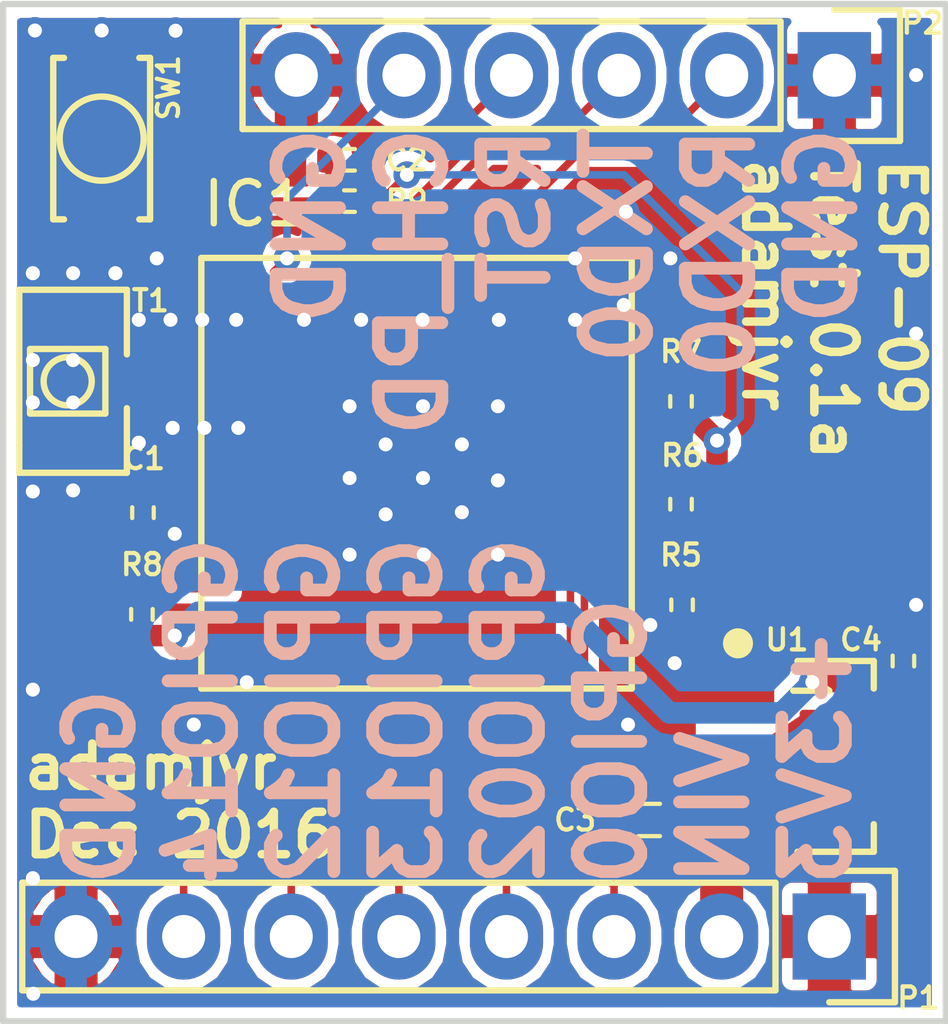
<source format=kicad_pcb>
(kicad_pcb (version 20160815) (host pcbnew "(2016-11-06 revision 9ab7cfe)-makepkg")

  (general
    (links 58)
    (no_connects 0)
    (area 121.924999 38.424999 144.325001 62.575001)
    (thickness 1.6)
    (drawings 8)
    (tracks 242)
    (zones 0)
    (modules 15)
    (nets 15)
  )

  (page A4)
  (layers
    (0 F.Cu signal)
    (31 B.Cu signal)
    (32 B.Adhes user)
    (33 F.Adhes user)
    (34 B.Paste user)
    (35 F.Paste user)
    (36 B.SilkS user)
    (37 F.SilkS user)
    (38 B.Mask user)
    (39 F.Mask user)
    (40 Dwgs.User user)
    (41 Cmts.User user)
    (42 Eco1.User user)
    (43 Eco2.User user)
    (44 Edge.Cuts user)
    (45 Margin user)
    (46 B.CrtYd user)
    (47 F.CrtYd user)
    (48 B.Fab user)
    (49 F.Fab user hide)
  )

  (setup
    (last_trace_width 0.1778)
    (user_trace_width 0.1524)
    (user_trace_width 0.1778)
    (user_trace_width 0.254)
    (user_trace_width 0.508)
    (user_trace_width 1.016)
    (trace_clearance 0.1524)
    (zone_clearance 0.254)
    (zone_45_only no)
    (trace_min 0.1524)
    (segment_width 0.2)
    (edge_width 0.15)
    (via_size 0.635)
    (via_drill 0.3302)
    (via_min_size 0.635)
    (via_min_drill 0.3302)
    (user_via 0.635 0.3302)
    (uvia_size 0.3)
    (uvia_drill 0.1)
    (uvias_allowed no)
    (uvia_min_size 0.2)
    (uvia_min_drill 0.1)
    (pcb_text_width 0.3)
    (pcb_text_size 1.5 1.5)
    (mod_edge_width 0.15)
    (mod_text_size 0.5 0.5)
    (mod_text_width 0.1)
    (pad_size 1.524 1.524)
    (pad_drill 0.762)
    (pad_to_mask_clearance 0.2)
    (aux_axis_origin 0 0)
    (visible_elements FFFFFF7F)
    (pcbplotparams
      (layerselection 0x00030_ffffffff)
      (usegerberextensions false)
      (excludeedgelayer true)
      (linewidth 0.100000)
      (plotframeref false)
      (viasonmask false)
      (mode 1)
      (useauxorigin false)
      (hpglpennumber 1)
      (hpglpenspeed 20)
      (hpglpendiameter 15)
      (psnegative false)
      (psa4output false)
      (plotreference true)
      (plotvalue true)
      (plotinvisibletext false)
      (padsonsilk false)
      (subtractmaskfromsilk false)
      (outputformat 1)
      (mirror false)
      (drillshape 1)
      (scaleselection 1)
      (outputdirectory ""))
  )

  (net 0 "")
  (net 1 +3V3)
  (net 2 GND)
  (net 3 "Net-(IC1-Pad6)")
  (net 4 /ANTENNA)
  (net 5 /CH_PD)
  (net 6 VCC)
  (net 7 /GPIO14)
  (net 8 /GPIO12)
  (net 9 /GPIO13)
  (net 10 /GPIO2)
  (net 11 /GPIO0)
  (net 12 /RST)
  (net 13 /TXD0)
  (net 14 /RXD0)

  (net_class Default "This is the default net class."
    (clearance 0.1524)
    (trace_width 0.1524)
    (via_dia 0.635)
    (via_drill 0.3302)
    (uvia_dia 0.3)
    (uvia_drill 0.1)
    (diff_pair_gap 0.254)
    (diff_pair_width 0.1524)
    (add_net +3V3)
    (add_net /ANTENNA)
    (add_net /CH_PD)
    (add_net /GPIO0)
    (add_net /GPIO12)
    (add_net /GPIO13)
    (add_net /GPIO14)
    (add_net /GPIO2)
    (add_net /RST)
    (add_net /RXD0)
    (add_net /TXD0)
    (add_net GND)
    (add_net "Net-(IC1-Pad6)")
    (add_net VCC)
  )

  (module PCB_Footprints:ESP-09 (layer F.Cu) (tedit 5845F3EE) (tstamp 584474B3)
    (at 126.677528 44.489437)
    (path /57DA529A)
    (zone_connect 2)
    (fp_text reference IC1 (at 1.27 -1.27) (layer F.SilkS)
      (effects (font (size 1 1) (thickness 0.15)))
    )
    (fp_text value ESP_09 (at 5.08 1.651) (layer F.Fab)
      (effects (font (size 1 1) (thickness 0.15)))
    )
    (fp_line (start 10.16 0) (end 0 0) (layer F.SilkS) (width 0.15))
    (fp_line (start 10.16 10.16) (end 10.16 0) (layer F.SilkS) (width 0.15))
    (fp_line (start 0 10.16) (end 10.16 10.16) (layer F.SilkS) (width 0.15))
    (fp_line (start 0 0) (end 0 10.16) (layer F.SilkS) (width 0.15))
    (pad 17 thru_hole circle (at 6.15 6) (size 0.635 0.635) (drill 0.3302) (layers *.Cu *.Mask)
      (net 2 GND) (solder_mask_margin 0.005) (zone_connect 2))
    (pad 17 thru_hole circle (at 4.35 6.05) (size 0.635 0.635) (drill 0.3302) (layers *.Cu *.Mask)
      (net 2 GND) (solder_mask_margin 0.005) (zone_connect 2))
    (pad 17 thru_hole circle (at 6.15 4.4) (size 0.635 0.635) (drill 0.3302) (layers *.Cu *.Mask)
      (net 2 GND) (solder_mask_margin 0.005) (zone_connect 2))
    (pad 17 thru_hole circle (at 4.35 4.4) (size 0.635 0.635) (drill 0.3302) (layers *.Cu *.Mask)
      (net 2 GND) (solder_mask_margin 0.005) (zone_connect 2))
    (pad 17 thru_hole circle (at 3.5 3.5) (size 0.635 0.635) (drill 0.3302) (layers *.Cu *.Mask)
      (net 2 GND) (solder_mask_margin 0.005) (zone_connect 2))
    (pad 17 thru_hole circle (at 3.5 5.194) (size 0.635 0.635) (drill 0.3302) (layers *.Cu *.Mask)
      (net 2 GND) (solder_mask_margin 0.005) (zone_connect 2))
    (pad 17 thru_hole circle (at 5.25 7) (size 0.635 0.635) (drill 0.3302) (layers *.Cu *.Mask)
      (net 2 GND) (solder_mask_margin 0.005) (zone_connect 2))
    (pad 17 thru_hole circle (at 3.5 7) (size 0.635 0.635) (drill 0.3302) (layers *.Cu *.Mask)
      (net 2 GND) (solder_mask_margin 0.005) (zone_connect 2))
    (pad 17 thru_hole circle (at 7 7) (size 0.635 0.635) (drill 0.3302) (layers *.Cu *.Mask)
      (net 2 GND) (solder_mask_margin 0.005) (zone_connect 2))
    (pad 17 thru_hole circle (at 7 5.25) (size 0.635 0.635) (drill 0.3302) (layers *.Cu *.Mask)
      (net 2 GND) (solder_mask_margin 0.005) (zone_connect 2))
    (pad 17 thru_hole circle (at 7 3.5) (size 0.635 0.635) (drill 0.3302) (layers *.Cu *.Mask)
      (net 2 GND) (solder_mask_margin 0.005) (zone_connect 2))
    (pad 17 thru_hole circle (at 5.232 3.5) (size 0.635 0.635) (drill 0.3302) (layers *.Cu *.Mask)
      (net 2 GND) (solder_mask_margin 0.005) (zone_connect 2))
    (pad 17 thru_hole circle (at 5.232 5.194) (size 0.635 0.635) (drill 0.3302) (layers *.Cu *.Mask)
      (net 2 GND) (solder_mask_margin 0.005) (zone_connect 2))
    (pad 4 smd rect (at 7.442 10) (size 0.8 1.4) (layers F.Cu F.Paste F.Mask)
      (net 9 /GPIO13) (solder_mask_margin 0.102) (zone_connect 2))
    (pad 3 smd rect (at 5.232 10) (size 0.8 1.4) (layers F.Cu F.Paste F.Mask)
      (net 8 /GPIO12) (solder_mask_margin 0.102) (zone_connect 2))
    (pad 2 smd rect (at 3.023 10) (size 0.8 1.4) (layers F.Cu F.Paste F.Mask)
      (net 7 /GPIO14) (solder_mask_margin 0.102) (zone_connect 2))
    (pad 10 smd rect (at 7.442 0) (size 0.8 1.4) (layers F.Cu F.Paste F.Mask)
      (net 14 /RXD0) (solder_mask_margin 0.102) (zone_connect 2))
    (pad 11 smd rect (at 5.232 0) (size 0.8 1.4) (layers F.Cu F.Paste F.Mask)
      (net 13 /TXD0) (solder_mask_margin 0.102) (zone_connect 2))
    (pad 12 smd rect (at 3.023 0) (size 0.8 1.4) (layers F.Cu F.Paste F.Mask)
      (net 12 /RST) (solder_mask_margin 0.102) (zone_connect 2))
    (pad 6 smd rect (at 10 7.493 90) (size 0.8 1.4) (layers F.Cu F.Paste F.Mask)
      (net 3 "Net-(IC1-Pad6)") (solder_mask_margin 0.102) (zone_connect 2))
    (pad 7 smd rect (at 10 5.194 90) (size 0.8 1.4) (layers F.Cu F.Paste F.Mask)
      (net 11 /GPIO0) (solder_mask_margin 0.102) (zone_connect 2))
    (pad 8 smd rect (at 10 2.896 90) (size 0.8 1.4) (layers F.Cu F.Paste F.Mask)
      (net 10 /GPIO2) (solder_mask_margin 0.102) (zone_connect 2))
    (pad 14 smd rect (at 0 2.896 90) (size 0.8 1.4) (layers F.Cu F.Paste F.Mask)
      (net 4 /ANTENNA) (solder_mask_margin 0.102) (zone_connect 2))
    (pad 15 smd rect (at 0 5.194 90) (size 0.8 1.4) (layers F.Cu F.Paste F.Mask)
      (net 1 +3V3) (solder_mask_margin 0.102) (zone_connect 2))
    (pad 9 smd rect (at 10 0) (size 1.2 1.2) (layers F.Cu F.Paste F.Mask)
      (net 2 GND) (solder_mask_margin 0.102) (zone_connect 2))
    (pad 13 smd rect (at 0 0) (size 1.2 1.2) (layers F.Cu F.Paste F.Mask)
      (net 2 GND) (solder_mask_margin 0.102) (zone_connect 2))
    (pad 5 smd rect (at 10 10) (size 1.2 1.2) (layers F.Cu F.Paste F.Mask)
      (net 2 GND) (solder_mask_margin 0.102) (zone_connect 2))
    (pad 1 smd rect (at 0 10) (size 1.2 1.2) (layers F.Cu F.Paste F.Mask)
      (net 2 GND) (solder_mask_margin 0.102) (zone_connect 2))
    (pad 16 smd rect (at 0 7.493 90) (size 0.8 1.4) (layers F.Cu F.Paste F.Mask)
      (net 5 /CH_PD) (solder_mask_margin 0.102) (zone_connect 2))
    (pad 17 smd rect (at 5.232 5.194 90) (size 4.7 4.7) (layers F.Cu F.Paste F.Mask)
      (net 2 GND) (zone_connect 2))
    (model C:/Users/adam/Documents/GitHub/footprints/3D/VRML/ESP_09.wrl
      (at (xyz -1.423228346456693 -0.610236220472441 0))
      (scale (xyz 0.4 0.4 0.4))
      (rotate (xyz 0 0 0))
    )
  )

  (module PCB_Footprints:AZ1117CR-3.3TRG1 (layer F.Cu) (tedit 57E4AC1C) (tstamp 58452723)
    (at 141.25 56.25 270)
    (descr SOT89-3_Housing)
    (tags SOT89-3_Housing)
    (path /58452F46)
    (attr smd)
    (fp_text reference U1 (at -2.75 0.75 360) (layer F.SilkS)
      (effects (font (size 0.5 0.5) (thickness 0.1)))
    )
    (fp_text value AZ1117CR-3.3TRG1_1 (at 0 3.556 270) (layer F.Fab)
      (effects (font (size 0.5 0.5) (thickness 0.1)))
    )
    (fp_circle (center -2.667 1.905) (end -2.54 2.032) (layer F.SilkS) (width 0.35))
    (fp_line (start -1.89992 0.20066) (end -1.651 -0.09906) (layer F.SilkS) (width 0.15))
    (fp_line (start -1.651 -0.09906) (end -1.5494 -0.24892) (layer F.SilkS) (width 0.15))
    (fp_line (start -1.5494 -0.24892) (end -1.5494 0.59944) (layer F.SilkS) (width 0.15))
    (fp_line (start -2.25044 -1.30048) (end -2.25044 0.50038) (layer F.SilkS) (width 0.15))
    (fp_line (start -2.25044 -1.30048) (end -1.6002 -1.30048) (layer F.SilkS) (width 0.15))
    (fp_line (start 2.25044 -1.30048) (end 2.25044 0.50038) (layer F.SilkS) (width 0.15))
    (fp_line (start 2.25044 -1.30048) (end 1.6002 -1.30048) (layer F.SilkS) (width 0.15))
    (pad 2 smd trapezoid (at 0 0.7493 90) (size 1.50114 0.7493) (rect_delta 0 0.50038 ) (layers F.Cu F.Paste F.Mask)
      (net 1 +3V3) (solder_mask_margin 0.102))
    (pad 2 smd rect (at 0 -1.09982 270) (size 1.99898 2.99974) (layers F.Cu F.Paste F.Mask)
      (net 1 +3V3) (solder_mask_margin 0.102))
    (pad 3 smd roundrect (at 1.50114 1.85166 270) (size 1.00076 1.50114) (layers F.Cu F.Paste F.Mask)(roundrect_rratio 0.25)
      (net 6 VCC) (solder_mask_margin 0.102))
    (pad 2 smd rect (at 0 1.85166 270) (size 1.00076 1.50114) (layers F.Cu F.Paste F.Mask)
      (net 1 +3V3) (solder_mask_margin 0.102))
    (pad 1 smd roundrect (at -1.50114 1.85166 270) (size 1.00076 1.50114) (layers F.Cu F.Paste F.Mask)(roundrect_rratio 0.25)
      (net 2 GND) (solder_mask_margin 0.102))
    (model TO_SOT_Packages_SMD.3dshapes/SOT89-3_Housing.wrl
      (at (xyz 0 0 0))
      (scale (xyz 0.3937 0.3937 0.3937))
      (rotate (xyz 0 0 0))
    )
  )

  (module PCB_Footprints:C0402 (layer F.Cu) (tedit 57D739E1) (tstamp 584526D8)
    (at 143.25 54 90)
    (path /58453C0C)
    (fp_text reference C4 (at 0.5 -1 180) (layer F.SilkS)
      (effects (font (size 0.5 0.5) (thickness 0.1)))
    )
    (fp_text value CL05B104JP5NNNC (at 0 -2.159 90) (layer F.Fab)
      (effects (font (size 0.5 0.5) (thickness 0.1)))
    )
    (fp_line (start 0.5 0.29) (end 0.5 -0.29) (layer Eco1.User) (width 0.05))
    (fp_line (start 0.5 -0.29) (end -0.5 -0.29) (layer Eco1.User) (width 0.05))
    (fp_line (start -0.5 -0.29) (end -0.5 0.29) (layer Eco1.User) (width 0.05))
    (fp_line (start -0.5 0.29) (end 0.5 0.29) (layer Eco1.User) (width 0.05))
    (fp_line (start 0.127 0) (end -0.127 0) (layer Dwgs.User) (width 0.05))
    (fp_line (start 0 -0.127) (end 0 0.127) (layer Dwgs.User) (width 0.05))
    (fp_line (start -0.965 -0.508) (end -0.965 0.508) (layer Dwgs.User) (width 0.05))
    (fp_line (start -0.965 0.508) (end 0.965 0.508) (layer Dwgs.User) (width 0.05))
    (fp_line (start 0.965 -0.508) (end 0.965 0.508) (layer Dwgs.User) (width 0.05))
    (fp_line (start -0.965 -0.508) (end 0.965 -0.508) (layer Dwgs.User) (width 0.05))
    (fp_line (start -0.127 0.254) (end 0.127 0.254) (layer F.SilkS) (width 0.1))
    (fp_line (start -0.127 -0.254) (end 0.127 -0.254) (layer F.SilkS) (width 0.1))
    (pad 1 smd roundrect (at -0.483 0 90) (size 0.559 0.61) (layers F.Cu F.Paste F.Mask)(roundrect_rratio 0.25)
      (net 1 +3V3) (solder_mask_margin 0.102))
    (pad 2 smd roundrect (at 0.483 0 90) (size 0.559 0.61) (layers F.Cu F.Paste F.Mask)(roundrect_rratio 0.25)
      (net 2 GND) (solder_mask_margin 0.102))
    (model C:/Users/adam/Documents/GitHub/footprints/3D/STEP/CAPC-0402-T0.55-BN.stp
      (at (xyz 0 0 0))
      (scale (xyz 1 1 1))
      (rotate (xyz 0 0 0))
    )
  )

  (module PCB_Footprints:C0603 (layer F.Cu) (tedit 5816DE68) (tstamp 58452650)
    (at 137.25 57.75 180)
    (path /58454127)
    (fp_text reference C3 (at 1.75 0 180) (layer F.SilkS)
      (effects (font (size 0.5 0.5) (thickness 0.1)))
    )
    (fp_text value CL10A106KQ8NNNC (at 0 -1.397 180) (layer F.Fab) hide
      (effects (font (size 0.5 0.5) (thickness 0.1)))
    )
    (fp_line (start -0.8 -0.4) (end -0.8 0.4) (layer Eco1.User) (width 0.05))
    (fp_line (start -0.8 0.4) (end 0.8 0.4) (layer Eco1.User) (width 0.05))
    (fp_line (start 0.8 0.4) (end 0.8 -0.4) (layer Eco1.User) (width 0.05))
    (fp_line (start 0.8 -0.4) (end -0.8 -0.4) (layer Eco1.User) (width 0.05))
    (fp_line (start -0.125 -0.254) (end -0.125 0.254) (layer F.Mask) (width 0.05))
    (fp_line (start -0.125 0.254) (end 0.125 0.254) (layer F.Mask) (width 0.05))
    (fp_line (start 0.125 0.254) (end 0.125 -0.254) (layer F.Mask) (width 0.05))
    (fp_line (start 0.125 -0.254) (end -0.125 -0.254) (layer F.Mask) (width 0.05))
    (fp_line (start 0.127 0) (end -0.127 0) (layer Dwgs.User) (width 0.05))
    (fp_line (start 0 -0.127) (end 0 0.127) (layer Dwgs.User) (width 0.05))
    (fp_line (start 1.275 -0.7) (end 1.275 0.7) (layer Dwgs.User) (width 0.05))
    (fp_line (start -1.275 -0.7) (end -1.275 0.7) (layer Dwgs.User) (width 0.05))
    (fp_line (start -1.275 0.7) (end 1.275 0.7) (layer Dwgs.User) (width 0.05))
    (fp_line (start -1.275 -0.7) (end 1.275 -0.7) (layer Dwgs.User) (width 0.05))
    (fp_line (start -0.254 0.381) (end 0.254 0.381) (layer F.SilkS) (width 0.1))
    (fp_line (start -0.254 -0.381) (end 0.254 -0.381) (layer F.SilkS) (width 0.1))
    (fp_line (start 0.075 0.254) (end 0.075 -0.254) (layer F.Mask) (width 0.05))
    (fp_line (start 0.025 0.254) (end 0.025 -0.254) (layer F.Mask) (width 0.05))
    (fp_line (start -0.025 0.254) (end -0.025 -0.254) (layer F.Mask) (width 0.05))
    (fp_line (start -0.075 0.254) (end -0.075 -0.254) (layer F.Mask) (width 0.05))
    (pad 1 smd roundrect (at -0.68 0 180) (size 0.74 1) (layers F.Cu F.Paste F.Mask)(roundrect_rratio 0.25)
      (net 6 VCC) (solder_mask_margin 0.102))
    (pad 2 smd roundrect (at 0.68 0 180) (size 0.74 1) (layers F.Cu F.Paste F.Mask)(roundrect_rratio 0.25)
      (net 2 GND) (solder_mask_margin 0.102))
    (model C:/Users/adam/Documents/GitHub/footprints/3D/STEP/CAPC-0603-T0.9-BN.stp
      (at (xyz 0 0 0))
      (scale (xyz 1 1 1))
      (rotate (xyz 0 0 0))
    )
  )

  (module Pin_Headers:Pin_Header_Straight_1x06 (layer F.Cu) (tedit 0) (tstamp 58451CDB)
    (at 141.62 40.18 270)
    (descr "Through hole pin header")
    (tags "pin header")
    (path /5845250A)
    (fp_text reference P2 (at -1.23 -2.08 360) (layer F.SilkS)
      (effects (font (size 0.5 0.5) (thickness 0.1)))
    )
    (fp_text value CONN_01X06 (at 0 -3.1 270) (layer F.Fab)
      (effects (font (size 0.5 0.5) (thickness 0.1)))
    )
    (fp_line (start -1.55 -1.55) (end 1.55 -1.55) (layer F.SilkS) (width 0.15))
    (fp_line (start -1.55 0) (end -1.55 -1.55) (layer F.SilkS) (width 0.15))
    (fp_line (start 1.27 1.27) (end -1.27 1.27) (layer F.SilkS) (width 0.15))
    (fp_line (start 1.55 -1.55) (end 1.55 0) (layer F.SilkS) (width 0.15))
    (fp_line (start -1.27 13.97) (end -1.27 1.27) (layer F.SilkS) (width 0.15))
    (fp_line (start 1.27 13.97) (end -1.27 13.97) (layer F.SilkS) (width 0.15))
    (fp_line (start 1.27 1.27) (end 1.27 13.97) (layer F.SilkS) (width 0.15))
    (fp_line (start -1.75 14.45) (end 1.75 14.45) (layer F.CrtYd) (width 0.05))
    (fp_line (start -1.75 -1.75) (end 1.75 -1.75) (layer F.CrtYd) (width 0.05))
    (fp_line (start 1.75 -1.75) (end 1.75 14.45) (layer F.CrtYd) (width 0.05))
    (fp_line (start -1.75 -1.75) (end -1.75 14.45) (layer F.CrtYd) (width 0.05))
    (pad 6 thru_hole oval (at 0 12.7 270) (size 2.032 1.7272) (drill 1.016) (layers *.Cu *.Mask)
      (net 2 GND))
    (pad 5 thru_hole oval (at 0 10.16 270) (size 2.032 1.7272) (drill 1.016) (layers *.Cu *.Mask)
      (net 5 /CH_PD))
    (pad 4 thru_hole oval (at 0 7.62 270) (size 2.032 1.7272) (drill 1.016) (layers *.Cu *.Mask)
      (net 12 /RST))
    (pad 3 thru_hole oval (at 0 5.08 270) (size 2.032 1.7272) (drill 1.016) (layers *.Cu *.Mask)
      (net 13 /TXD0))
    (pad 2 thru_hole oval (at 0 2.54 270) (size 2.032 1.7272) (drill 1.016) (layers *.Cu *.Mask)
      (net 14 /RXD0))
    (pad 1 thru_hole rect (at 0 0 270) (size 2.032 1.7272) (drill 1.016) (layers *.Cu *.Mask)
      (net 2 GND))
  )

  (module Pin_Headers:Pin_Header_Straight_1x08 (layer F.Cu) (tedit 0) (tstamp 58451CBB)
    (at 141.5 60.5 270)
    (descr "Through hole pin header")
    (tags "pin header")
    (path /58450FD4)
    (fp_text reference P1 (at 1.45 -2.1 360) (layer F.SilkS)
      (effects (font (size 0.5 0.5) (thickness 0.1)))
    )
    (fp_text value CONN_01X08 (at 0 -3.1 270) (layer F.Fab)
      (effects (font (size 0.5 0.5) (thickness 0.1)))
    )
    (fp_line (start -1.55 -1.55) (end 1.55 -1.55) (layer F.SilkS) (width 0.15))
    (fp_line (start -1.55 0) (end -1.55 -1.55) (layer F.SilkS) (width 0.15))
    (fp_line (start 1.27 1.27) (end -1.27 1.27) (layer F.SilkS) (width 0.15))
    (fp_line (start 1.55 -1.55) (end 1.55 0) (layer F.SilkS) (width 0.15))
    (fp_line (start -1.27 19.05) (end -1.27 1.27) (layer F.SilkS) (width 0.15))
    (fp_line (start 1.27 19.05) (end -1.27 19.05) (layer F.SilkS) (width 0.15))
    (fp_line (start 1.27 1.27) (end 1.27 19.05) (layer F.SilkS) (width 0.15))
    (fp_line (start -1.75 19.55) (end 1.75 19.55) (layer F.CrtYd) (width 0.05))
    (fp_line (start -1.75 -1.75) (end 1.75 -1.75) (layer F.CrtYd) (width 0.05))
    (fp_line (start 1.75 -1.75) (end 1.75 19.55) (layer F.CrtYd) (width 0.05))
    (fp_line (start -1.75 -1.75) (end -1.75 19.55) (layer F.CrtYd) (width 0.05))
    (pad 8 thru_hole oval (at 0 17.78 270) (size 2.032 1.7272) (drill 1.016) (layers *.Cu *.Mask)
      (net 2 GND))
    (pad 7 thru_hole oval (at 0 15.24 270) (size 2.032 1.7272) (drill 1.016) (layers *.Cu *.Mask)
      (net 7 /GPIO14))
    (pad 6 thru_hole oval (at 0 12.7 270) (size 2.032 1.7272) (drill 1.016) (layers *.Cu *.Mask)
      (net 8 /GPIO12))
    (pad 5 thru_hole oval (at 0 10.16 270) (size 2.032 1.7272) (drill 1.016) (layers *.Cu *.Mask)
      (net 9 /GPIO13))
    (pad 4 thru_hole oval (at 0 7.62 270) (size 2.032 1.7272) (drill 1.016) (layers *.Cu *.Mask)
      (net 10 /GPIO2))
    (pad 3 thru_hole oval (at 0 5.08 270) (size 2.032 1.7272) (drill 1.016) (layers *.Cu *.Mask)
      (net 11 /GPIO0))
    (pad 2 thru_hole oval (at 0 2.54 270) (size 2.032 1.7272) (drill 1.016) (layers *.Cu *.Mask)
      (net 6 VCC))
    (pad 1 thru_hole rect (at 0 0 270) (size 2.032 1.7272) (drill 1.016) (layers *.Cu *.Mask)
      (net 1 +3V3))
  )

  (module PCB_Footprints:1909763-1 (layer F.Cu) (tedit 57EC6C6C) (tstamp 58447582)
    (at 123.65 47.4 270)
    (path /57D73CA9)
    (fp_text reference T1 (at -1.9 -1.825 360) (layer F.SilkS)
      (effects (font (size 0.5 0.5) (thickness 0.1)))
    )
    (fp_text value 1909763-1 (at 0.635 2.286 270) (layer F.Fab) hide
      (effects (font (size 0.5 0.5) (thickness 0.1)))
    )
    (fp_circle (center 0 0.127) (end 0.254 0.635) (layer F.SilkS) (width 0.15))
    (fp_line (start -0.762 -0.762) (end 0.762 -0.762) (layer F.SilkS) (width 0.15))
    (fp_line (start -0.762 -0.762) (end -0.762 1.016) (layer F.SilkS) (width 0.15))
    (fp_line (start -0.762 1.016) (end 0.762 1.016) (layer F.SilkS) (width 0.15))
    (fp_line (start 0.762 1.016) (end 0.762 -0.762) (layer F.SilkS) (width 0.15))
    (fp_line (start 0.635 -1.27) (end 2.159 -1.27) (layer F.SilkS) (width 0.15))
    (fp_line (start 2.159 -1.27) (end 2.159 1.27) (layer F.SilkS) (width 0.15))
    (fp_line (start 2.159 1.27) (end 1.524 1.27) (layer F.SilkS) (width 0.15))
    (fp_line (start 1.524 1.27) (end -2.159 1.27) (layer F.SilkS) (width 0.15))
    (fp_line (start -2.159 1.27) (end -2.159 -1.27) (layer F.SilkS) (width 0.15))
    (fp_line (start -2.159 -1.27) (end -0.635 -1.27) (layer F.SilkS) (width 0.15))
    (pad 1 smd rect (at 0 -1.525 270) (size 1 1.05) (layers F.Cu F.Paste F.Mask)
      (net 4 /ANTENNA) (solder_mask_margin 0.102))
    (pad 2 smd rect (at 1.475 0 270) (size 1.05 2.2) (layers F.Cu F.Paste F.Mask)
      (net 2 GND) (solder_mask_margin 0.102))
    (pad 2 smd rect (at -1.475 0 270) (size 1.05 2.2) (layers F.Cu F.Paste F.Mask)
      (net 2 GND) (solder_mask_margin 0.102))
    (model C:/Users/adam/Documents/GitHub/footprints/3D/STEP/c-1909763-1-b-3d.stp
      (at (xyz 0 0 0.04921259842519685))
      (scale (xyz 1 1 1))
      (rotate (xyz 0 0 0))
    )
  )

  (module PCB_Footprints:B3U-1000P (layer F.Cu) (tedit 57E4ACFF) (tstamp 58447558)
    (at 124.325 41.675 90)
    (path /57D6FFB4)
    (fp_text reference SW1 (at 1.2 1.575 90) (layer F.SilkS)
      (effects (font (size 0.5 0.5) (thickness 0.1)))
    )
    (fp_text value B3U-1000P (at 0 7.62 90) (layer F.Fab)
      (effects (font (size 0.5 0.5) (thickness 0.1)))
    )
    (fp_circle (center 0 0) (end 0.635 0.762) (layer F.SilkS) (width 0.15))
    (fp_line (start 1.905 0.889) (end 1.905 1.143) (layer F.SilkS) (width 0.15))
    (fp_line (start 1.905 1.143) (end -1.905 1.143) (layer F.SilkS) (width 0.15))
    (fp_line (start -1.905 1.143) (end -1.905 0.889) (layer F.SilkS) (width 0.15))
    (fp_line (start -1.905 -0.889) (end -1.905 -1.143) (layer F.SilkS) (width 0.15))
    (fp_line (start -1.905 -1.143) (end 1.905 -1.143) (layer F.SilkS) (width 0.15))
    (fp_line (start 1.905 -1.143) (end 1.905 -0.889) (layer F.SilkS) (width 0.15))
    (pad 2 smd rect (at 1.7 0 90) (size 0.8 1.7) (layers F.Cu F.Paste F.Mask)
      (net 2 GND) (solder_mask_margin 0.102))
    (pad 1 smd rect (at -1.7 0 90) (size 0.8 1.7) (layers F.Cu F.Paste F.Mask)
      (net 12 /RST) (solder_mask_margin 0.102))
    (model C:/Users/adam/Documents/GitHub/footprints/3D/STEP/B3U_1000P[].step
      (at (xyz 0 0 0.0003937007874015749))
      (scale (xyz 1 1 1))
      (rotate (xyz -90 0 0))
    )
  )

  (module PCB_Footprints:C0402 (layer F.Cu) (tedit 57D739E1) (tstamp 58447529)
    (at 130.175 42.175)
    (path /57D7456A)
    (fp_text reference C2 (at 1.35 0) (layer F.SilkS)
      (effects (font (size 0.5 0.5) (thickness 0.1)))
    )
    (fp_text value CL05B104JP5NNNC (at 0 -2.159) (layer F.Fab)
      (effects (font (size 0.5 0.5) (thickness 0.1)))
    )
    (fp_line (start -0.127 -0.254) (end 0.127 -0.254) (layer F.SilkS) (width 0.1))
    (fp_line (start -0.127 0.254) (end 0.127 0.254) (layer F.SilkS) (width 0.1))
    (fp_line (start -0.965 -0.508) (end 0.965 -0.508) (layer Dwgs.User) (width 0.05))
    (fp_line (start 0.965 -0.508) (end 0.965 0.508) (layer Dwgs.User) (width 0.05))
    (fp_line (start -0.965 0.508) (end 0.965 0.508) (layer Dwgs.User) (width 0.05))
    (fp_line (start -0.965 -0.508) (end -0.965 0.508) (layer Dwgs.User) (width 0.05))
    (fp_line (start 0 -0.127) (end 0 0.127) (layer Dwgs.User) (width 0.05))
    (fp_line (start 0.127 0) (end -0.127 0) (layer Dwgs.User) (width 0.05))
    (fp_line (start -0.5 0.29) (end 0.5 0.29) (layer Eco1.User) (width 0.05))
    (fp_line (start -0.5 -0.29) (end -0.5 0.29) (layer Eco1.User) (width 0.05))
    (fp_line (start 0.5 -0.29) (end -0.5 -0.29) (layer Eco1.User) (width 0.05))
    (fp_line (start 0.5 0.29) (end 0.5 -0.29) (layer Eco1.User) (width 0.05))
    (pad 2 smd roundrect (at 0.483 0) (size 0.559 0.61) (layers F.Cu F.Paste F.Mask)(roundrect_rratio 0.25)
      (net 2 GND) (solder_mask_margin 0.102))
    (pad 1 smd roundrect (at -0.483 0) (size 0.559 0.61) (layers F.Cu F.Paste F.Mask)(roundrect_rratio 0.25)
      (net 12 /RST) (solder_mask_margin 0.102))
    (model C:/Users/adam/Documents/GitHub/footprints/3D/STEP/CAPC-0402-T0.55-BN.stp
      (at (xyz 0 0 0))
      (scale (xyz 1 1 1))
      (rotate (xyz 0 0 0))
    )
  )

  (module PCB_Footprints:C0402 (layer F.Cu) (tedit 57D739E1) (tstamp 584474F5)
    (at 125.3 50.5 270)
    (path /57D7004A)
    (fp_text reference C1 (at -1.275 -0.025 360) (layer F.SilkS)
      (effects (font (size 0.5 0.5) (thickness 0.1)))
    )
    (fp_text value CL05B104JP5NNNC (at 0 -2.159 270) (layer F.Fab)
      (effects (font (size 0.5 0.5) (thickness 0.1)))
    )
    (fp_line (start 0.5 0.29) (end 0.5 -0.29) (layer Eco1.User) (width 0.05))
    (fp_line (start 0.5 -0.29) (end -0.5 -0.29) (layer Eco1.User) (width 0.05))
    (fp_line (start -0.5 -0.29) (end -0.5 0.29) (layer Eco1.User) (width 0.05))
    (fp_line (start -0.5 0.29) (end 0.5 0.29) (layer Eco1.User) (width 0.05))
    (fp_line (start 0.127 0) (end -0.127 0) (layer Dwgs.User) (width 0.05))
    (fp_line (start 0 -0.127) (end 0 0.127) (layer Dwgs.User) (width 0.05))
    (fp_line (start -0.965 -0.508) (end -0.965 0.508) (layer Dwgs.User) (width 0.05))
    (fp_line (start -0.965 0.508) (end 0.965 0.508) (layer Dwgs.User) (width 0.05))
    (fp_line (start 0.965 -0.508) (end 0.965 0.508) (layer Dwgs.User) (width 0.05))
    (fp_line (start -0.965 -0.508) (end 0.965 -0.508) (layer Dwgs.User) (width 0.05))
    (fp_line (start -0.127 0.254) (end 0.127 0.254) (layer F.SilkS) (width 0.1))
    (fp_line (start -0.127 -0.254) (end 0.127 -0.254) (layer F.SilkS) (width 0.1))
    (pad 1 smd roundrect (at -0.483 0 270) (size 0.559 0.61) (layers F.Cu F.Paste F.Mask)(roundrect_rratio 0.25)
      (net 1 +3V3) (solder_mask_margin 0.102))
    (pad 2 smd roundrect (at 0.483 0 270) (size 0.559 0.61) (layers F.Cu F.Paste F.Mask)(roundrect_rratio 0.25)
      (net 2 GND) (solder_mask_margin 0.102))
    (model C:/Users/adam/Documents/GitHub/footprints/3D/STEP/CAPC-0402-T0.55-BN.stp
      (at (xyz 0 0 0))
      (scale (xyz 1 1 1))
      (rotate (xyz 0 0 0))
    )
  )

  (module PCB_Footprints:R0402 (layer F.Cu) (tedit 582AA938) (tstamp 58447478)
    (at 138 50.3 90)
    (path /57F2DFB6)
    (fp_text reference R6 (at 1.15 0.025 180) (layer F.SilkS)
      (effects (font (size 0.5 0.5) (thickness 0.1)))
    )
    (fp_text value RC1005F103CS (at 0 -1.524 90) (layer F.Fab)
      (effects (font (size 0.5 0.5) (thickness 0.1)))
    )
    (fp_line (start -0.5 -0.29) (end -0.5 0.29) (layer Eco1.User) (width 0.05))
    (fp_line (start -0.5 0.29) (end 0.5 0.29) (layer Eco1.User) (width 0.05))
    (fp_line (start 0.5 0.29) (end 0.5 -0.29) (layer Eco1.User) (width 0.05))
    (fp_line (start 0.5 -0.29) (end -0.5 -0.29) (layer Eco1.User) (width 0.05))
    (fp_line (start -0.127 0) (end 0.127 0) (layer Dwgs.User) (width 0.05))
    (fp_line (start 0 -0.127) (end 0 0.127) (layer Dwgs.User) (width 0.05))
    (fp_line (start -0.965 -0.483) (end 0.965 -0.483) (layer Dwgs.User) (width 0.05))
    (fp_line (start 0.965 -0.483) (end 0.965 0.508) (layer Dwgs.User) (width 0.05))
    (fp_line (start -0.965 -0.483) (end -0.965 0.508) (layer Dwgs.User) (width 0.05))
    (fp_line (start -0.965 0.508) (end 0.965 0.508) (layer Dwgs.User) (width 0.05))
    (fp_line (start -0.127 0.254) (end 0.127 0.254) (layer F.SilkS) (width 0.1))
    (fp_line (start -0.127 -0.254) (end 0.127 -0.254) (layer F.SilkS) (width 0.1))
    (pad 2 smd roundrect (at 0.483 0 90) (size 0.559 0.61) (layers F.Cu F.Paste F.Mask)(roundrect_rratio 0.25)
      (net 11 /GPIO0) (solder_mask_margin 0.102))
    (pad 1 smd roundrect (at -0.483 0 90) (size 0.559 0.61) (layers F.Cu F.Paste F.Mask)(roundrect_rratio 0.25)
      (net 1 +3V3) (solder_mask_margin 0.102))
    (model C:/Users/adam/Documents/GitHub/footprints/3D/STEP/RES0402.stp
      (at (xyz 0 0 0))
      (scale (xyz 1 1 1))
      (rotate (xyz 0 0 0))
    )
  )

  (module PCB_Footprints:R0402 (layer F.Cu) (tedit 582AA938) (tstamp 584473A8)
    (at 138.025 52.675 270)
    (path /57F2F569)
    (fp_text reference R5 (at -1.175 0.025 360) (layer F.SilkS)
      (effects (font (size 0.5 0.5) (thickness 0.1)))
    )
    (fp_text value RC1005F103CS (at 0 -1.524 270) (layer F.Fab)
      (effects (font (size 0.5 0.5) (thickness 0.1)))
    )
    (fp_line (start -0.5 -0.29) (end -0.5 0.29) (layer Eco1.User) (width 0.05))
    (fp_line (start -0.5 0.29) (end 0.5 0.29) (layer Eco1.User) (width 0.05))
    (fp_line (start 0.5 0.29) (end 0.5 -0.29) (layer Eco1.User) (width 0.05))
    (fp_line (start 0.5 -0.29) (end -0.5 -0.29) (layer Eco1.User) (width 0.05))
    (fp_line (start -0.127 0) (end 0.127 0) (layer Dwgs.User) (width 0.05))
    (fp_line (start 0 -0.127) (end 0 0.127) (layer Dwgs.User) (width 0.05))
    (fp_line (start -0.965 -0.483) (end 0.965 -0.483) (layer Dwgs.User) (width 0.05))
    (fp_line (start 0.965 -0.483) (end 0.965 0.508) (layer Dwgs.User) (width 0.05))
    (fp_line (start -0.965 -0.483) (end -0.965 0.508) (layer Dwgs.User) (width 0.05))
    (fp_line (start -0.965 0.508) (end 0.965 0.508) (layer Dwgs.User) (width 0.05))
    (fp_line (start -0.127 0.254) (end 0.127 0.254) (layer F.SilkS) (width 0.1))
    (fp_line (start -0.127 -0.254) (end 0.127 -0.254) (layer F.SilkS) (width 0.1))
    (pad 2 smd roundrect (at 0.483 0 270) (size 0.559 0.61) (layers F.Cu F.Paste F.Mask)(roundrect_rratio 0.25)
      (net 2 GND) (solder_mask_margin 0.102))
    (pad 1 smd roundrect (at -0.483 0 270) (size 0.559 0.61) (layers F.Cu F.Paste F.Mask)(roundrect_rratio 0.25)
      (net 3 "Net-(IC1-Pad6)") (solder_mask_margin 0.102))
    (model C:/Users/adam/Documents/GitHub/footprints/3D/STEP/RES0402.stp
      (at (xyz 0 0 0))
      (scale (xyz 1 1 1))
      (rotate (xyz 0 0 0))
    )
  )

  (module PCB_Footprints:R0402 (layer F.Cu) (tedit 582AA938) (tstamp 58447374)
    (at 138 47.875 90)
    (path /57F2E345)
    (fp_text reference R7 (at 1.175 0 180) (layer F.SilkS)
      (effects (font (size 0.5 0.5) (thickness 0.1)))
    )
    (fp_text value RC1005F103CS (at 0 -1.524 90) (layer F.Fab)
      (effects (font (size 0.5 0.5) (thickness 0.1)))
    )
    (fp_line (start -0.127 -0.254) (end 0.127 -0.254) (layer F.SilkS) (width 0.1))
    (fp_line (start -0.127 0.254) (end 0.127 0.254) (layer F.SilkS) (width 0.1))
    (fp_line (start -0.965 0.508) (end 0.965 0.508) (layer Dwgs.User) (width 0.05))
    (fp_line (start -0.965 -0.483) (end -0.965 0.508) (layer Dwgs.User) (width 0.05))
    (fp_line (start 0.965 -0.483) (end 0.965 0.508) (layer Dwgs.User) (width 0.05))
    (fp_line (start -0.965 -0.483) (end 0.965 -0.483) (layer Dwgs.User) (width 0.05))
    (fp_line (start 0 -0.127) (end 0 0.127) (layer Dwgs.User) (width 0.05))
    (fp_line (start -0.127 0) (end 0.127 0) (layer Dwgs.User) (width 0.05))
    (fp_line (start 0.5 -0.29) (end -0.5 -0.29) (layer Eco1.User) (width 0.05))
    (fp_line (start 0.5 0.29) (end 0.5 -0.29) (layer Eco1.User) (width 0.05))
    (fp_line (start -0.5 0.29) (end 0.5 0.29) (layer Eco1.User) (width 0.05))
    (fp_line (start -0.5 -0.29) (end -0.5 0.29) (layer Eco1.User) (width 0.05))
    (pad 1 smd roundrect (at -0.483 0 90) (size 0.559 0.61) (layers F.Cu F.Paste F.Mask)(roundrect_rratio 0.25)
      (net 1 +3V3) (solder_mask_margin 0.102))
    (pad 2 smd roundrect (at 0.483 0 90) (size 0.559 0.61) (layers F.Cu F.Paste F.Mask)(roundrect_rratio 0.25)
      (net 10 /GPIO2) (solder_mask_margin 0.102))
    (model C:/Users/adam/Documents/GitHub/footprints/3D/STEP/RES0402.stp
      (at (xyz 0 0 0))
      (scale (xyz 1 1 1))
      (rotate (xyz 0 0 0))
    )
  )

  (module PCB_Footprints:R0402 (layer F.Cu) (tedit 582AA938) (tstamp 58447340)
    (at 130.175 43.15 180)
    (path /57D70170)
    (fp_text reference R9 (at -1.35 0 180) (layer F.SilkS)
      (effects (font (size 0.5 0.5) (thickness 0.1)))
    )
    (fp_text value RC1005F102CS (at 0 -1.524 180) (layer F.Fab)
      (effects (font (size 0.5 0.5) (thickness 0.1)))
    )
    (fp_line (start -0.5 -0.29) (end -0.5 0.29) (layer Eco1.User) (width 0.05))
    (fp_line (start -0.5 0.29) (end 0.5 0.29) (layer Eco1.User) (width 0.05))
    (fp_line (start 0.5 0.29) (end 0.5 -0.29) (layer Eco1.User) (width 0.05))
    (fp_line (start 0.5 -0.29) (end -0.5 -0.29) (layer Eco1.User) (width 0.05))
    (fp_line (start -0.127 0) (end 0.127 0) (layer Dwgs.User) (width 0.05))
    (fp_line (start 0 -0.127) (end 0 0.127) (layer Dwgs.User) (width 0.05))
    (fp_line (start -0.965 -0.483) (end 0.965 -0.483) (layer Dwgs.User) (width 0.05))
    (fp_line (start 0.965 -0.483) (end 0.965 0.508) (layer Dwgs.User) (width 0.05))
    (fp_line (start -0.965 -0.483) (end -0.965 0.508) (layer Dwgs.User) (width 0.05))
    (fp_line (start -0.965 0.508) (end 0.965 0.508) (layer Dwgs.User) (width 0.05))
    (fp_line (start -0.127 0.254) (end 0.127 0.254) (layer F.SilkS) (width 0.1))
    (fp_line (start -0.127 -0.254) (end 0.127 -0.254) (layer F.SilkS) (width 0.1))
    (pad 2 smd roundrect (at 0.483 0 180) (size 0.559 0.61) (layers F.Cu F.Paste F.Mask)(roundrect_rratio 0.25)
      (net 12 /RST) (solder_mask_margin 0.102))
    (pad 1 smd roundrect (at -0.483 0 180) (size 0.559 0.61) (layers F.Cu F.Paste F.Mask)(roundrect_rratio 0.25)
      (net 1 +3V3) (solder_mask_margin 0.102))
    (model C:/Users/adam/Documents/GitHub/footprints/3D/STEP/RES0402.stp
      (at (xyz 0 0 0))
      (scale (xyz 1 1 1))
      (rotate (xyz 0 0 0))
    )
  )

  (module PCB_Footprints:R0402 (layer F.Cu) (tedit 582AA938) (tstamp 5844730C)
    (at 125.275 52.9 270)
    (path /57EC0ECA)
    (fp_text reference R8 (at -1.175 0 360) (layer F.SilkS)
      (effects (font (size 0.5 0.5) (thickness 0.1)))
    )
    (fp_text value RC1005F103CS (at 0 -1.524 270) (layer F.Fab)
      (effects (font (size 0.5 0.5) (thickness 0.1)))
    )
    (fp_line (start -0.127 -0.254) (end 0.127 -0.254) (layer F.SilkS) (width 0.1))
    (fp_line (start -0.127 0.254) (end 0.127 0.254) (layer F.SilkS) (width 0.1))
    (fp_line (start -0.965 0.508) (end 0.965 0.508) (layer Dwgs.User) (width 0.05))
    (fp_line (start -0.965 -0.483) (end -0.965 0.508) (layer Dwgs.User) (width 0.05))
    (fp_line (start 0.965 -0.483) (end 0.965 0.508) (layer Dwgs.User) (width 0.05))
    (fp_line (start -0.965 -0.483) (end 0.965 -0.483) (layer Dwgs.User) (width 0.05))
    (fp_line (start 0 -0.127) (end 0 0.127) (layer Dwgs.User) (width 0.05))
    (fp_line (start -0.127 0) (end 0.127 0) (layer Dwgs.User) (width 0.05))
    (fp_line (start 0.5 -0.29) (end -0.5 -0.29) (layer Eco1.User) (width 0.05))
    (fp_line (start 0.5 0.29) (end 0.5 -0.29) (layer Eco1.User) (width 0.05))
    (fp_line (start -0.5 0.29) (end 0.5 0.29) (layer Eco1.User) (width 0.05))
    (fp_line (start -0.5 -0.29) (end -0.5 0.29) (layer Eco1.User) (width 0.05))
    (pad 1 smd roundrect (at -0.483 0 270) (size 0.559 0.61) (layers F.Cu F.Paste F.Mask)(roundrect_rratio 0.25)
      (net 5 /CH_PD) (solder_mask_margin 0.102))
    (pad 2 smd roundrect (at 0.483 0 270) (size 0.559 0.61) (layers F.Cu F.Paste F.Mask)(roundrect_rratio 0.25)
      (net 1 +3V3) (solder_mask_margin 0.102))
    (model C:/Users/adam/Documents/GitHub/footprints/3D/STEP/RES0402.stp
      (at (xyz 0 0 0))
      (scale (xyz 1 1 1))
      (rotate (xyz 0 0 0))
    )
  )

  (gr_text "GND\nCH_PD\nRST\nTXD0\nRXD0\nGND" (at 135.3 41.25 90) (layer B.SilkS) (tstamp 58460D24)
    (effects (font (size 1.5 1.5) (thickness 0.3)) (justify left mirror))
  )
  (gr_text "GND\nGPIO14\nGPIO12\nGPIO13\nGPIO02\nGPIO0\nVIN\n+3V3" (at 132.75 59.45 90) (layer B.SilkS) (tstamp 58460D00)
    (effects (font (size 1.5 1.5) (thickness 0.3)) (justify right mirror))
  )
  (gr_text "adamjvr\nDec 2016" (at 122.4 57.3) (layer F.SilkS) (tstamp 5845304B)
    (effects (font (size 1 1) (thickness 0.2)) (justify left))
  )
  (gr_text "ESP-09 \nTest 0.1a\nadamjvr" (at 141.6 42.05 270) (layer F.SilkS)
    (effects (font (size 1 1) (thickness 0.2)) (justify left))
  )
  (gr_line (start 122 62.5) (end 122 38.5) (layer Edge.Cuts) (width 0.15))
  (gr_line (start 144.25 62.5) (end 122 62.5) (layer Edge.Cuts) (width 0.15))
  (gr_line (start 144.25 38.5) (end 144.25 62.5) (layer Edge.Cuts) (width 0.15))
  (gr_line (start 122 38.5) (end 144.25 38.5) (layer Edge.Cuts) (width 0.15))

  (segment (start 143.25 54.483) (end 141.117 54.483) (width 0.1778) (layer F.Cu) (net 1))
  (segment (start 141.117 54.483) (end 141.1 54.5) (width 0.1778) (layer F.Cu) (net 1))
  (segment (start 140.5007 56.25) (end 139.39834 56.25) (width 0.1778) (layer F.Cu) (net 1))
  (segment (start 142.34982 56.25) (end 139.39834 56.25) (width 0.1778) (layer F.Cu) (net 1))
  (segment (start 141.5 59.3062) (end 142.34982 58.45638) (width 0.1778) (layer F.Cu) (net 1))
  (segment (start 142.34982 58.45638) (end 142.34982 56.25) (width 0.1778) (layer F.Cu) (net 1))
  (segment (start 141.5 60.5) (end 141.5 59.3062) (width 0.1778) (layer F.Cu) (net 1))
  (segment (start 139.4 45.272974) (end 139.4 48.25) (width 0.1778) (layer B.Cu) (net 1))
  (segment (start 139.4 48.25) (end 138.85 48.8) (width 0.1778) (layer B.Cu) (net 1))
  (via (at 138.85 48.8) (size 0.635) (drill 0.3302) (layers F.Cu B.Cu) (net 1))
  (segment (start 131.529868 42.529868) (end 136.656894 42.529868) (width 0.1778) (layer B.Cu) (net 1))
  (segment (start 136.656894 42.529868) (end 139.4 45.272974) (width 0.1778) (layer B.Cu) (net 1))
  (segment (start 130.658 43.15) (end 130.909736 43.15) (width 0.1778) (layer F.Cu) (net 1))
  (segment (start 130.909736 43.15) (end 131.529868 42.529868) (width 0.1778) (layer F.Cu) (net 1))
  (via (at 131.529868 42.529868) (size 0.635) (drill 0.3302) (layers F.Cu B.Cu) (net 1))
  (segment (start 141.1 54.5) (end 140.376099 55.223901) (width 0.508) (layer B.Cu) (net 1))
  (segment (start 140.376099 55.223901) (end 137.723901 55.223901) (width 0.508) (layer B.Cu) (net 1))
  (segment (start 137.723901 55.223901) (end 135.35 52.85) (width 0.508) (layer B.Cu) (net 1))
  (segment (start 135.35 52.85) (end 126.6 52.85) (width 0.508) (layer B.Cu) (net 1))
  (segment (start 126.6 52.85) (end 126.05 53.4) (width 0.508) (layer B.Cu) (net 1))
  (segment (start 124.2 52.85) (end 124.733 53.383) (width 0.508) (layer F.Cu) (net 1))
  (segment (start 124.733 53.383) (end 125.275 53.383) (width 0.508) (layer F.Cu) (net 1))
  (segment (start 124.2 50.712) (end 124.2 52.85) (width 0.508) (layer F.Cu) (net 1))
  (segment (start 125.3 50.017) (end 124.895 50.017) (width 0.508) (layer F.Cu) (net 1))
  (segment (start 124.895 50.017) (end 124.2 50.712) (width 0.508) (layer F.Cu) (net 1))
  (segment (start 126.05 53.4) (end 125.292 53.4) (width 0.508) (layer F.Cu) (net 1))
  (segment (start 125.292 53.4) (end 125.275 53.383) (width 0.508) (layer F.Cu) (net 1))
  (via (at 126.05 53.4) (size 0.635) (drill 0.3302) (layers F.Cu B.Cu) (net 1))
  (segment (start 142.483 54.483) (end 141.117 54.483) (width 0.508) (layer F.Cu) (net 1))
  (via (at 141.1 54.5) (size 0.635) (drill 0.3302) (layers F.Cu B.Cu) (net 1))
  (segment (start 138 48.358) (end 138.408 48.358) (width 0.508) (layer F.Cu) (net 1))
  (segment (start 138.408 48.358) (end 138.85 48.8) (width 0.508) (layer F.Cu) (net 1))
  (segment (start 138.85 48.8) (end 138.85 50.716) (width 0.508) (layer F.Cu) (net 1))
  (segment (start 138.85 50.716) (end 138.783 50.783) (width 0.508) (layer F.Cu) (net 1))
  (segment (start 138 50.783) (end 138.783 50.783) (width 0.508) (layer F.Cu) (net 1))
  (segment (start 138.783 50.783) (end 139.5 51.5) (width 0.508) (layer F.Cu) (net 1))
  (segment (start 139.5 51.5) (end 141.85 53.85) (width 0.508) (layer F.Cu) (net 1))
  (segment (start 141.85 53.85) (end 142.483 54.483) (width 0.508) (layer F.Cu) (net 1))
  (segment (start 142.483 54.483) (end 143.25 54.483) (width 0.508) (layer F.Cu) (net 1))
  (segment (start 125.3 50.017) (end 125.367 49.95) (width 0.1778) (layer F.Cu) (net 1))
  (segment (start 125.367 49.95) (end 126.410965 49.95) (width 0.1778) (layer F.Cu) (net 1))
  (segment (start 126.410965 49.95) (end 126.677528 49.683437) (width 0.1778) (layer F.Cu) (net 1))
  (segment (start 143.55 52.675) (end 143.55 59.3) (width 0.1778) (layer B.Cu) (net 2))
  (segment (start 123.279012 61.97) (end 143.48 61.97) (width 0.1778) (layer B.Cu) (net 2))
  (segment (start 122.71 61.85) (end 123.159012 61.85) (width 0.1778) (layer B.Cu) (net 2))
  (segment (start 123.159012 61.85) (end 123.279012 61.97) (width 0.1778) (layer B.Cu) (net 2))
  (segment (start 122.46 59.36) (end 122.46 61.6) (width 0.1778) (layer F.Cu) (net 2))
  (segment (start 122.46 61.6) (end 122.71 61.85) (width 0.1778) (layer F.Cu) (net 2))
  (via (at 122.71 61.85) (size 0.635) (drill 0.3302) (layers F.Cu B.Cu) (net 2))
  (segment (start 122.695 59.125) (end 122.46 59.36) (width 0.1778) (layer F.Cu) (net 2))
  (segment (start 122.7 59.125) (end 122.695 59.125) (width 0.1778) (layer F.Cu) (net 2))
  (segment (start 124.325 39.125) (end 126.065 39.125) (width 0.1778) (layer F.Cu) (net 2))
  (segment (start 126.065 39.125) (end 126.07 39.13) (width 0.1778) (layer F.Cu) (net 2))
  (via (at 126.07 39.13) (size 0.635) (drill 0.3302) (layers F.Cu B.Cu) (net 2))
  (segment (start 122.7 44.85) (end 122.7 39.175) (width 0.1778) (layer B.Cu) (net 2))
  (segment (start 122.7 39.175) (end 122.75 39.125) (width 0.1778) (layer B.Cu) (net 2))
  (via (at 122.75 39.125) (size 0.635) (drill 0.3302) (layers F.Cu B.Cu) (net 2))
  (segment (start 143.55 40.624012) (end 143.55 46.275) (width 0.1778) (layer F.Cu) (net 2))
  (segment (start 143.55 46.275) (end 143.55 52.675) (width 0.1778) (layer F.Cu) (net 2))
  (segment (start 143.55 52.675) (end 143.55 46.275) (width 0.1778) (layer B.Cu) (net 2))
  (via (at 143.55 46.275) (size 0.635) (drill 0.3302) (layers F.Cu B.Cu) (net 2))
  (via (at 143.55 52.675) (size 0.635) (drill 0.3302) (layers F.Cu B.Cu) (net 2))
  (segment (start 143.55 40.175) (end 143.55 40.624012) (width 0.1778) (layer F.Cu) (net 2))
  (segment (start 141.62 40.18) (end 143.545 40.18) (width 0.1778) (layer B.Cu) (net 2))
  (segment (start 143.545 40.18) (end 143.55 40.175) (width 0.1778) (layer B.Cu) (net 2))
  (via (at 143.55 40.175) (size 0.635) (drill 0.3302) (layers F.Cu B.Cu) (net 2))
  (segment (start 122.7 50.449016) (end 122.7 54.675) (width 0.1778) (layer B.Cu) (net 2))
  (segment (start 122.7 59.125) (end 122.7 54.675) (width 0.1778) (layer B.Cu) (net 2))
  (via (at 122.7 54.675) (size 0.635) (drill 0.3302) (layers F.Cu B.Cu) (net 2))
  (via (at 122.7 59.125) (size 0.635) (drill 0.3302) (layers F.Cu B.Cu) (net 2))
  (via (at 122.7 59.125) (size 0.635) (drill 0.3302) (layers F.Cu B.Cu) (net 2))
  (segment (start 122.699996 50) (end 122.699996 50.449012) (width 0.1778) (layer B.Cu) (net 2))
  (segment (start 122.699996 50.449012) (end 122.7 50.449016) (width 0.1778) (layer B.Cu) (net 2))
  (segment (start 123.72 60.5) (end 123.72 59.3062) (width 0.1778) (layer F.Cu) (net 2))
  (segment (start 123.72 59.3062) (end 123.3888 58.975) (width 0.1778) (layer F.Cu) (net 2))
  (segment (start 122.724996 49.975) (end 122.699996 50) (width 0.508) (layer F.Cu) (net 2))
  (segment (start 123.65 49.975) (end 122.724996 49.975) (width 0.508) (layer F.Cu) (net 2))
  (via (at 122.699996 50) (size 0.635) (drill 0.3302) (layers F.Cu B.Cu) (net 2))
  (segment (start 130.658 42.175) (end 130.658 41.758) (width 0.1778) (layer F.Cu) (net 2))
  (segment (start 130.658 41.758) (end 130.4 41.5) (width 0.1778) (layer F.Cu) (net 2))
  (segment (start 130.4 41.5) (end 129.0462 41.5) (width 0.1778) (layer F.Cu) (net 2))
  (segment (start 129.0462 41.5) (end 128.92 41.3738) (width 0.1778) (layer F.Cu) (net 2))
  (segment (start 128.92 41.3738) (end 128.92 40.18) (width 0.1778) (layer F.Cu) (net 2))
  (segment (start 136.677528 44.489437) (end 136.677528 45.572472) (width 0.508) (layer F.Cu) (net 2))
  (segment (start 136.677528 45.572472) (end 136.65 45.6) (width 0.508) (layer F.Cu) (net 2))
  (via (at 136.65 45.6) (size 0.635) (drill 0.3302) (layers F.Cu B.Cu) (net 2))
  (segment (start 136.677528 44.489437) (end 136.677528 43.422472) (width 0.508) (layer F.Cu) (net 2))
  (segment (start 136.677528 43.422472) (end 136.7 43.4) (width 0.508) (layer F.Cu) (net 2))
  (via (at 136.7 43.4) (size 0.635) (drill 0.3302) (layers F.Cu B.Cu) (net 2))
  (segment (start 129.1 45.95) (end 130.45 45.95) (width 0.508) (layer B.Cu) (net 2))
  (segment (start 130.45 45.95) (end 131.9 45.95) (width 0.508) (layer B.Cu) (net 2))
  (segment (start 131.9 45.95) (end 130.45 45.95) (width 0.508) (layer F.Cu) (net 2))
  (via (at 130.45 45.95) (size 0.635) (drill 0.3302) (layers F.Cu B.Cu) (net 2))
  (segment (start 133.7 45.95) (end 135.5 45.95) (width 0.508) (layer B.Cu) (net 2))
  (via (at 135.5 45.95) (size 0.635) (drill 0.3302) (layers F.Cu B.Cu) (net 2))
  (segment (start 131.9 45.95) (end 133.7 45.95) (width 0.508) (layer F.Cu) (net 2))
  (via (at 133.7 45.95) (size 0.635) (drill 0.3302) (layers F.Cu B.Cu) (net 2))
  (via (at 131.9 45.95) (size 0.635) (drill 0.3302) (layers F.Cu B.Cu) (net 2))
  (segment (start 130.177528 47.989437) (end 130.177528 47.027528) (width 0.508) (layer F.Cu) (net 2))
  (segment (start 130.177528 47.027528) (end 129.1 45.95) (width 0.508) (layer F.Cu) (net 2))
  (via (at 129.1 45.95) (size 0.635) (drill 0.3302) (layers F.Cu B.Cu) (net 2))
  (segment (start 126.7 45.95) (end 127.5 45.95) (width 0.508) (layer F.Cu) (net 2))
  (via (at 127.5 45.95) (size 0.635) (drill 0.3302) (layers F.Cu B.Cu) (net 2))
  (segment (start 126.399012 45.95) (end 125.95 45.95) (width 0.508) (layer F.Cu) (net 2))
  (segment (start 126.799992 45.95) (end 126.399012 45.95) (width 0.508) (layer F.Cu) (net 2))
  (segment (start 126.8 45.949992) (end 126.799992 45.95) (width 0.508) (layer F.Cu) (net 2))
  (segment (start 125.2 45.95) (end 125.95 45.95) (width 0.508) (layer F.Cu) (net 2))
  (via (at 125.95 45.95) (size 0.635) (drill 0.3302) (layers F.Cu B.Cu) (net 2))
  (via (at 126.7 45.95) (size 0.635) (drill 0.3302) (layers F.Cu B.Cu) (net 2))
  (segment (start 123.675 45.95) (end 124.750988 45.95) (width 0.508) (layer F.Cu) (net 2))
  (segment (start 124.750988 45.95) (end 125.2 45.95) (width 0.508) (layer F.Cu) (net 2))
  (segment (start 123.65 45.925) (end 123.675 45.95) (width 0.508) (layer F.Cu) (net 2))
  (via (at 125.2 45.95) (size 0.635) (drill 0.3302) (layers F.Cu B.Cu) (net 2))
  (segment (start 126.75 48.5) (end 127.55 48.5) (width 0.508) (layer B.Cu) (net 2))
  (via (at 127.55 48.5) (size 0.635) (drill 0.3302) (layers F.Cu B.Cu) (net 2))
  (segment (start 126 48.5) (end 126.75 48.5) (width 0.508) (layer F.Cu) (net 2))
  (via (at 126.75 48.5) (size 0.635) (drill 0.3302) (layers F.Cu B.Cu) (net 2))
  (via (at 126 48.5) (size 0.635) (drill 0.3302) (layers F.Cu B.Cu) (net 2))
  (segment (start 125.2 48.85) (end 125.65 48.85) (width 0.508) (layer F.Cu) (net 2))
  (segment (start 125.65 48.85) (end 126 48.5) (width 0.508) (layer F.Cu) (net 2))
  (via (at 126 48.5) (size 0.635) (drill 0.3302) (layers F.Cu B.Cu) (net 2))
  (via (at 125.2 48.85) (size 0.635) (drill 0.3302) (layers F.Cu B.Cu) (net 2))
  (segment (start 123.65 48.875) (end 125.175 48.875) (width 0.508) (layer F.Cu) (net 2))
  (segment (start 125.175 48.875) (end 125.2 48.85) (width 0.508) (layer F.Cu) (net 2))
  (via (at 125.2 48.85) (size 0.635) (drill 0.3302) (layers F.Cu B.Cu) (net 2))
  (segment (start 123.65 47.9) (end 122.7 47.9) (width 0.508) (layer B.Cu) (net 2))
  (via (at 122.7 47.9) (size 0.635) (drill 0.3302) (layers F.Cu B.Cu) (net 2))
  (segment (start 123.65 46.9) (end 123.65 47.9) (width 0.508) (layer F.Cu) (net 2))
  (via (at 123.65 47.9) (size 0.635) (drill 0.3302) (layers F.Cu B.Cu) (net 2))
  (segment (start 122.7 46.9) (end 123.65 46.9) (width 0.508) (layer B.Cu) (net 2))
  (via (at 123.65 46.9) (size 0.635) (drill 0.3302) (layers F.Cu B.Cu) (net 2))
  (segment (start 122.7 44.85) (end 122.7 46.9) (width 0.508) (layer F.Cu) (net 2))
  (via (at 122.7 46.9) (size 0.635) (drill 0.3302) (layers F.Cu B.Cu) (net 2))
  (via (at 124.65 44.85) (size 0.635) (drill 0.3302) (layers F.Cu B.Cu) (net 2))
  (segment (start 123.65 44.85) (end 124.65 44.85) (width 0.508) (layer F.Cu) (net 2))
  (via (at 124.65 44.85) (size 0.635) (drill 0.3302) (layers F.Cu B.Cu) (net 2))
  (via (at 122.7 44.85) (size 0.635) (drill 0.3302) (layers F.Cu B.Cu) (net 2))
  (segment (start 123.65 44.85) (end 122.7 44.85) (width 0.508) (layer F.Cu) (net 2))
  (via (at 122.7 44.85) (size 0.635) (drill 0.3302) (layers F.Cu B.Cu) (net 2))
  (segment (start 136.677528 54.489437) (end 137.410563 54.489437) (width 0.508) (layer F.Cu) (net 2))
  (segment (start 137.410563 54.489437) (end 137.6 54.3) (width 0.508) (layer F.Cu) (net 2))
  (segment (start 137.6 54.3) (end 137.600004 54.3) (width 0.508) (layer F.Cu) (net 2))
  (segment (start 137.600004 54.3) (end 137.850004 54.05) (width 0.508) (layer F.Cu) (net 2))
  (via (at 137.850004 54.05) (size 0.635) (drill 0.3302) (layers F.Cu B.Cu) (net 2))
  (via (at 123.65 49.975) (size 0.635) (drill 0.3302) (layers F.Cu B.Cu) (net 2))
  (segment (start 136.75 55.050988) (end 136.75 55.5) (width 0.508) (layer F.Cu) (net 2))
  (segment (start 136.75 54.561909) (end 136.75 55.050988) (width 0.508) (layer F.Cu) (net 2))
  (segment (start 136.677528 54.489437) (end 136.75 54.561909) (width 0.508) (layer F.Cu) (net 2))
  (via (at 136.75 55.5) (size 0.635) (drill 0.3302) (layers F.Cu B.Cu) (net 2))
  (segment (start 126.499986 55.050988) (end 126.499986 55.5) (width 0.508) (layer F.Cu) (net 2))
  (segment (start 126.499986 54.666979) (end 126.499986 55.050988) (width 0.508) (layer F.Cu) (net 2))
  (segment (start 126.677528 54.489437) (end 126.499986 54.666979) (width 0.508) (layer F.Cu) (net 2))
  (via (at 126.499986 55.5) (size 0.635) (drill 0.3302) (layers F.Cu B.Cu) (net 2))
  (segment (start 126.677528 54.489437) (end 127.739437 54.489437) (width 0.508) (layer F.Cu) (net 2))
  (segment (start 127.739437 54.489437) (end 127.75 54.5) (width 0.508) (layer F.Cu) (net 2))
  (via (at 127.75 54.5) (size 0.635) (drill 0.3302) (layers F.Cu B.Cu) (net 2))
  (segment (start 136.677528 44.489437) (end 135.510563 44.489437) (width 0.508) (layer F.Cu) (net 2))
  (segment (start 135.510563 44.489437) (end 135.5 44.5) (width 0.508) (layer F.Cu) (net 2))
  (via (at 135.5 44.5) (size 0.635) (drill 0.3302) (layers F.Cu B.Cu) (net 2))
  (segment (start 136.677528 44.489437) (end 137.739437 44.489437) (width 0.508) (layer F.Cu) (net 2))
  (segment (start 137.739437 44.489437) (end 137.75 44.5) (width 0.508) (layer F.Cu) (net 2))
  (via (at 137.75 44.5) (size 0.635) (drill 0.3302) (layers F.Cu B.Cu) (net 2))
  (segment (start 123.65 48.875) (end 123.65 49.975) (width 0.508) (layer F.Cu) (net 2))
  (segment (start 123.65 45.925) (end 123.65 44.85) (width 0.508) (layer F.Cu) (net 2))
  (via (at 123.65 44.85) (size 0.635) (drill 0.3302) (layers F.Cu B.Cu) (net 2))
  (segment (start 124.325 39.975) (end 124.325 39.125) (width 0.508) (layer F.Cu) (net 2))
  (via (at 124.325 39.125) (size 0.635) (drill 0.3302) (layers F.Cu B.Cu) (net 2))
  (segment (start 126.677528 44.489437) (end 125.635563 44.489437) (width 0.508) (layer F.Cu) (net 2))
  (via (at 125.625 44.5) (size 0.635) (drill 0.3302) (layers F.Cu B.Cu) (net 2))
  (segment (start 138.025 53.158) (end 137.283 53.158) (width 0.1778) (layer F.Cu) (net 2))
  (segment (start 137.283 53.158) (end 137.275 53.15) (width 0.1778) (layer F.Cu) (net 2))
  (via (at 137.275 53.15) (size 0.635) (drill 0.3302) (layers F.Cu B.Cu) (net 2))
  (segment (start 125.3 50.983) (end 126.033 50.983) (width 0.1778) (layer F.Cu) (net 2))
  (segment (start 126.033 50.983) (end 126.05 51) (width 0.1778) (layer F.Cu) (net 2))
  (via (at 126.05 51) (size 0.635) (drill 0.3302) (layers F.Cu B.Cu) (net 2))
  (segment (start 138.025 52.192) (end 136.887091 52.192) (width 0.1778) (layer F.Cu) (net 3))
  (segment (start 136.887091 52.192) (end 136.677528 51.982437) (width 0.1778) (layer F.Cu) (net 3))
  (segment (start 126.677528 47.385437) (end 125.189563 47.385437) (width 0.508) (layer F.Cu) (net 4))
  (segment (start 125.189563 47.385437) (end 125.175 47.4) (width 0.508) (layer F.Cu) (net 4))
  (segment (start 128.7 44.5) (end 128.382501 44.817499) (width 0.1778) (layer F.Cu) (net 5))
  (segment (start 128.382501 44.817499) (end 128.382501 50.567499) (width 0.1778) (layer F.Cu) (net 5))
  (segment (start 128.382501 50.567499) (end 126.967563 51.982437) (width 0.1778) (layer F.Cu) (net 5))
  (segment (start 126.967563 51.982437) (end 126.677528 51.982437) (width 0.1778) (layer F.Cu) (net 5))
  (segment (start 131.46 40.18) (end 131.46 40.3324) (width 0.1778) (layer B.Cu) (net 5))
  (segment (start 131.46 40.3324) (end 128.7 43.0924) (width 0.1778) (layer B.Cu) (net 5))
  (segment (start 128.7 43.0924) (end 128.7 44.5) (width 0.1778) (layer B.Cu) (net 5))
  (via (at 128.7 44.5) (size 0.635) (drill 0.3302) (layers F.Cu B.Cu) (net 5))
  (segment (start 125.275 52.417) (end 125.717 51.975) (width 0.1778) (layer F.Cu) (net 5))
  (segment (start 125.717 51.975) (end 126.670091 51.975) (width 0.1778) (layer F.Cu) (net 5))
  (segment (start 126.670091 51.975) (end 126.677528 51.982437) (width 0.1778) (layer F.Cu) (net 5))
  (segment (start 137.93 57.75) (end 139.3972 57.75) (width 1.016) (layer F.Cu) (net 6))
  (segment (start 139.3972 57.75) (end 139.39834 57.75114) (width 1.016) (layer F.Cu) (net 6))
  (segment (start 139.39834 58.65166) (end 138.96 59.09) (width 1.016) (layer F.Cu) (net 6))
  (segment (start 138.96 59.09) (end 138.96 60.5) (width 1.016) (layer F.Cu) (net 6))
  (segment (start 139.39834 57.75114) (end 139.39834 58.65166) (width 1.016) (layer F.Cu) (net 6))
  (segment (start 129.700528 54.489437) (end 129.700528 55.549472) (width 0.1778) (layer F.Cu) (net 7))
  (segment (start 129.700528 55.549472) (end 126.26 58.99) (width 0.1778) (layer F.Cu) (net 7))
  (segment (start 126.26 58.99) (end 126.26 60.5) (width 0.1778) (layer F.Cu) (net 7))
  (segment (start 131.909528 54.489437) (end 131.909528 54.789437) (width 0.1778) (layer F.Cu) (net 8))
  (segment (start 131.909528 54.789437) (end 131.9 54.798965) (width 0.1778) (layer F.Cu) (net 8))
  (segment (start 131.9 54.798965) (end 131.9 55.65) (width 0.1778) (layer F.Cu) (net 8))
  (segment (start 131.9 55.65) (end 128.8 58.75) (width 0.1778) (layer F.Cu) (net 8))
  (segment (start 128.8 58.75) (end 128.8 60.5) (width 0.1778) (layer F.Cu) (net 8))
  (segment (start 134.1 56.05) (end 131.34 58.81) (width 0.1778) (layer F.Cu) (net 9))
  (segment (start 131.34 58.81) (end 131.34 60.5) (width 0.1778) (layer F.Cu) (net 9))
  (segment (start 134.1 54.808965) (end 134.1 56.05) (width 0.1778) (layer F.Cu) (net 9))
  (segment (start 134.119528 54.489437) (end 134.119528 54.789437) (width 0.1778) (layer F.Cu) (net 9))
  (segment (start 134.119528 54.789437) (end 134.1 54.808965) (width 0.1778) (layer F.Cu) (net 9))
  (segment (start 133.88 60.5) (end 133.88 58.32) (width 0.1778) (layer F.Cu) (net 10))
  (segment (start 133.88 58.32) (end 135.39 56.81) (width 0.1778) (layer F.Cu) (net 10))
  (segment (start 135.39 56.81) (end 135.39 48.36) (width 0.1778) (layer F.Cu) (net 10))
  (segment (start 135.39 48.36) (end 136.364563 47.385437) (width 0.1778) (layer F.Cu) (net 10))
  (segment (start 136.364563 47.385437) (end 136.677528 47.385437) (width 0.1778) (layer F.Cu) (net 10))
  (segment (start 138 47.392) (end 136.684091 47.392) (width 0.1778) (layer F.Cu) (net 10))
  (segment (start 136.684091 47.392) (end 136.677528 47.385437) (width 0.1778) (layer F.Cu) (net 10))
  (segment (start 136.42 60.5) (end 136.42 59.3062) (width 0.1778) (layer F.Cu) (net 11))
  (segment (start 136.42 59.3062) (end 135.720211 58.606411) (width 0.1778) (layer F.Cu) (net 11))
  (segment (start 135.720211 58.606411) (end 135.720211 50.379789) (width 0.1778) (layer F.Cu) (net 11))
  (segment (start 135.720211 50.379789) (end 136.416563 49.683437) (width 0.1778) (layer F.Cu) (net 11))
  (segment (start 136.416563 49.683437) (end 136.677528 49.683437) (width 0.1778) (layer F.Cu) (net 11))
  (segment (start 138 49.817) (end 136.811091 49.817) (width 0.1778) (layer F.Cu) (net 11))
  (segment (start 136.811091 49.817) (end 136.677528 49.683437) (width 0.1778) (layer F.Cu) (net 11))
  (segment (start 129.692 43.15) (end 129.692 44.480909) (width 0.1778) (layer F.Cu) (net 12))
  (segment (start 129.692 44.480909) (end 129.700528 44.489437) (width 0.1778) (layer F.Cu) (net 12))
  (segment (start 129.692 42.175) (end 129.692 43.15) (width 0.1778) (layer F.Cu) (net 12))
  (segment (start 129.692 43.15) (end 124.55 43.15) (width 0.1778) (layer F.Cu) (net 12))
  (segment (start 124.55 43.15) (end 124.325 43.375) (width 0.1778) (layer F.Cu) (net 12))
  (segment (start 134 40.18) (end 134 40.2) (width 0.1778) (layer F.Cu) (net 12))
  (segment (start 134 40.2) (end 133.05 41.15) (width 0.1778) (layer F.Cu) (net 12))
  (segment (start 133.05 41.15) (end 133.05 41.8) (width 0.1778) (layer F.Cu) (net 12))
  (segment (start 133.05 41.8) (end 130.360563 44.489437) (width 0.1778) (layer F.Cu) (net 12))
  (segment (start 130.360563 44.489437) (end 129.700528 44.489437) (width 0.1778) (layer F.Cu) (net 12))
  (segment (start 136.54 40.18) (end 136.54 40.21) (width 0.1778) (layer F.Cu) (net 13))
  (segment (start 133.4 41.95) (end 131.909528 43.440472) (width 0.1778) (layer F.Cu) (net 13))
  (segment (start 136.54 40.21) (end 134.8 41.95) (width 0.1778) (layer F.Cu) (net 13))
  (segment (start 134.8 41.95) (end 133.4 41.95) (width 0.1778) (layer F.Cu) (net 13))
  (segment (start 131.909528 43.440472) (end 131.909528 44.489437) (width 0.1778) (layer F.Cu) (net 13))
  (segment (start 134.119528 44.489437) (end 134.119528 43.480472) (width 0.1778) (layer F.Cu) (net 14))
  (segment (start 134.119528 43.480472) (end 135.6 42) (width 0.1778) (layer F.Cu) (net 14))
  (segment (start 139.07 40.18) (end 139.08 40.18) (width 0.1778) (layer F.Cu) (net 14))
  (segment (start 135.6 42) (end 137.25 42) (width 0.1778) (layer F.Cu) (net 14))
  (segment (start 137.25 42) (end 139.07 40.18) (width 0.1778) (layer F.Cu) (net 14))

  (zone (net 2) (net_name GND) (layer B.Cu) (tstamp 0) (hatch edge 0.508)
    (connect_pads thru_hole_only (clearance 0.254))
    (min_thickness 0.1778)
    (fill yes (arc_segments 16) (thermal_gap 0.254) (thermal_bridge_width 0.508))
    (polygon
      (pts
        (xy 122 38.5) (xy 144.25 38.5) (xy 144.25 62.5) (xy 122 62.5)
      )
    )
    (filled_polygon
      (pts
        (xy 128.221622 39.044758) (xy 127.898665 39.38683) (xy 127.731198 39.826454) (xy 127.800093 40.0149) (xy 128.7549 40.0149)
        (xy 128.7549 39.9949) (xy 129.0851 39.9949) (xy 129.0851 40.0149) (xy 130.039907 40.0149) (xy 130.108802 39.826454)
        (xy 129.941335 39.38683) (xy 129.618378 39.044758) (xy 129.361105 38.9179) (xy 130.951025 38.9179) (xy 130.606876 39.147854)
        (xy 130.345339 39.53927) (xy 130.2535 40.000978) (xy 130.2535 40.359022) (xy 130.345339 40.82073) (xy 130.351617 40.830126)
        (xy 128.394671 42.787071) (xy 128.301069 42.927157) (xy 128.2682 43.0924) (xy 128.2682 43.997915) (xy 128.140467 44.125425)
        (xy 128.039715 44.368062) (xy 128.039486 44.630785) (xy 128.139814 44.873598) (xy 128.325425 45.059533) (xy 128.568062 45.160285)
        (xy 128.830785 45.160514) (xy 129.073598 45.060186) (xy 129.259533 44.874575) (xy 129.360285 44.631938) (xy 129.360514 44.369215)
        (xy 129.260186 44.126402) (xy 129.1318 43.997792) (xy 129.1318 43.271258) (xy 129.742404 42.660653) (xy 130.869354 42.660653)
        (xy 130.969682 42.903466) (xy 131.155293 43.089401) (xy 131.39793 43.190153) (xy 131.660653 43.190382) (xy 131.903466 43.090054)
        (xy 132.032076 42.961668) (xy 136.478036 42.961668) (xy 138.9682 45.451832) (xy 138.9682 48.071143) (xy 138.899699 48.139643)
        (xy 138.719215 48.139486) (xy 138.476402 48.239814) (xy 138.290467 48.425425) (xy 138.189715 48.668062) (xy 138.189486 48.930785)
        (xy 138.289814 49.173598) (xy 138.475425 49.359533) (xy 138.718062 49.460285) (xy 138.980785 49.460514) (xy 139.223598 49.360186)
        (xy 139.409533 49.174575) (xy 139.510285 48.931938) (xy 139.510443 48.750214) (xy 139.705326 48.555331) (xy 139.705329 48.555329)
        (xy 139.798931 48.415243) (xy 139.8318 48.25) (xy 139.8318 45.272979) (xy 139.831801 45.272974) (xy 139.798931 45.107732)
        (xy 139.798931 45.107731) (xy 139.705329 44.967645) (xy 136.962223 42.224539) (xy 136.822137 42.130937) (xy 136.656894 42.098068)
        (xy 132.031953 42.098068) (xy 131.904443 41.970335) (xy 131.661806 41.869583) (xy 131.399083 41.869354) (xy 131.15627 41.969682)
        (xy 130.970335 42.155293) (xy 130.869583 42.39793) (xy 130.869354 42.660653) (xy 129.742404 42.660653) (xy 130.956979 41.446078)
        (xy 130.998292 41.473683) (xy 131.46 41.565522) (xy 131.921708 41.473683) (xy 132.313124 41.212146) (xy 132.574661 40.82073)
        (xy 132.6665 40.359022) (xy 132.6665 40.000978) (xy 132.574661 39.53927) (xy 132.313124 39.147854) (xy 131.968975 38.9179)
        (xy 133.491025 38.9179) (xy 133.146876 39.147854) (xy 132.885339 39.53927) (xy 132.7935 40.000978) (xy 132.7935 40.359022)
        (xy 132.885339 40.82073) (xy 133.146876 41.212146) (xy 133.538292 41.473683) (xy 134 41.565522) (xy 134.461708 41.473683)
        (xy 134.853124 41.212146) (xy 135.114661 40.82073) (xy 135.2065 40.359022) (xy 135.2065 40.000978) (xy 135.114661 39.53927)
        (xy 134.853124 39.147854) (xy 134.508975 38.9179) (xy 136.031025 38.9179) (xy 135.686876 39.147854) (xy 135.425339 39.53927)
        (xy 135.3335 40.000978) (xy 135.3335 40.359022) (xy 135.425339 40.82073) (xy 135.686876 41.212146) (xy 136.078292 41.473683)
        (xy 136.54 41.565522) (xy 137.001708 41.473683) (xy 137.393124 41.212146) (xy 137.654661 40.82073) (xy 137.7465 40.359022)
        (xy 137.7465 40.000978) (xy 137.654661 39.53927) (xy 137.393124 39.147854) (xy 137.048975 38.9179) (xy 138.571025 38.9179)
        (xy 138.226876 39.147854) (xy 137.965339 39.53927) (xy 137.8735 40.000978) (xy 137.8735 40.359022) (xy 137.965339 40.82073)
        (xy 138.226876 41.212146) (xy 138.618292 41.473683) (xy 139.08 41.565522) (xy 139.541708 41.473683) (xy 139.933124 41.212146)
        (xy 140.194661 40.82073) (xy 140.272217 40.430825) (xy 140.4135 40.430825) (xy 140.4135 41.264207) (xy 140.465703 41.390237)
        (xy 140.562163 41.486697) (xy 140.688193 41.5389) (xy 141.369175 41.5389) (xy 141.4549 41.453175) (xy 141.4549 40.3451)
        (xy 141.7851 40.3451) (xy 141.7851 41.453175) (xy 141.870825 41.5389) (xy 142.551807 41.5389) (xy 142.677837 41.486697)
        (xy 142.774297 41.390237) (xy 142.8265 41.264207) (xy 142.8265 40.430825) (xy 142.740775 40.3451) (xy 141.7851 40.3451)
        (xy 141.4549 40.3451) (xy 140.499225 40.3451) (xy 140.4135 40.430825) (xy 140.272217 40.430825) (xy 140.2865 40.359022)
        (xy 140.2865 40.000978) (xy 140.194661 39.53927) (xy 139.933124 39.147854) (xy 139.588975 38.9179) (xy 140.517566 38.9179)
        (xy 140.465703 38.969763) (xy 140.4135 39.095793) (xy 140.4135 39.929175) (xy 140.499225 40.0149) (xy 141.4549 40.0149)
        (xy 141.4549 39.9949) (xy 141.7851 39.9949) (xy 141.7851 40.0149) (xy 142.740775 40.0149) (xy 142.8265 39.929175)
        (xy 142.8265 39.095793) (xy 142.774297 38.969763) (xy 142.722434 38.9179) (xy 143.8321 38.9179) (xy 143.8321 62.0821)
        (xy 122.4179 62.0821) (xy 122.4179 60.853546) (xy 122.531198 60.853546) (xy 122.698665 61.29317) (xy 123.021622 61.635242)
        (xy 123.36997 61.807008) (xy 123.5549 61.760948) (xy 123.5549 60.6651) (xy 123.8851 60.6651) (xy 123.8851 61.760948)
        (xy 124.07003 61.807008) (xy 124.418378 61.635242) (xy 124.741335 61.29317) (xy 124.908802 60.853546) (xy 124.839907 60.6651)
        (xy 123.8851 60.6651) (xy 123.5549 60.6651) (xy 122.600093 60.6651) (xy 122.531198 60.853546) (xy 122.4179 60.853546)
        (xy 122.4179 60.146454) (xy 122.531198 60.146454) (xy 122.600093 60.3349) (xy 123.5549 60.3349) (xy 123.5549 59.239052)
        (xy 123.8851 59.239052) (xy 123.8851 60.3349) (xy 124.839907 60.3349) (xy 124.844996 60.320978) (xy 125.0535 60.320978)
        (xy 125.0535 60.679022) (xy 125.145339 61.14073) (xy 125.406876 61.532146) (xy 125.798292 61.793683) (xy 126.26 61.885522)
        (xy 126.721708 61.793683) (xy 127.113124 61.532146) (xy 127.374661 61.14073) (xy 127.4665 60.679022) (xy 127.4665 60.320978)
        (xy 127.5935 60.320978) (xy 127.5935 60.679022) (xy 127.685339 61.14073) (xy 127.946876 61.532146) (xy 128.338292 61.793683)
        (xy 128.8 61.885522) (xy 129.261708 61.793683) (xy 129.653124 61.532146) (xy 129.914661 61.14073) (xy 130.0065 60.679022)
        (xy 130.0065 60.320978) (xy 130.1335 60.320978) (xy 130.1335 60.679022) (xy 130.225339 61.14073) (xy 130.486876 61.532146)
        (xy 130.878292 61.793683) (xy 131.34 61.885522) (xy 131.801708 61.793683) (xy 132.193124 61.532146) (xy 132.454661 61.14073)
        (xy 132.5465 60.679022) (xy 132.5465 60.320978) (xy 132.6735 60.320978) (xy 132.6735 60.679022) (xy 132.765339 61.14073)
        (xy 133.026876 61.532146) (xy 133.418292 61.793683) (xy 133.88 61.885522) (xy 134.341708 61.793683) (xy 134.733124 61.532146)
        (xy 134.994661 61.14073) (xy 135.0865 60.679022) (xy 135.0865 60.320978) (xy 135.2135 60.320978) (xy 135.2135 60.679022)
        (xy 135.305339 61.14073) (xy 135.566876 61.532146) (xy 135.958292 61.793683) (xy 136.42 61.885522) (xy 136.881708 61.793683)
        (xy 137.273124 61.532146) (xy 137.534661 61.14073) (xy 137.6265 60.679022) (xy 137.6265 60.320978) (xy 137.7535 60.320978)
        (xy 137.7535 60.679022) (xy 137.845339 61.14073) (xy 138.106876 61.532146) (xy 138.498292 61.793683) (xy 138.96 61.885522)
        (xy 139.421708 61.793683) (xy 139.813124 61.532146) (xy 140.074661 61.14073) (xy 140.1665 60.679022) (xy 140.1665 60.320978)
        (xy 140.074661 59.85927) (xy 139.823913 59.484) (xy 140.286783 59.484) (xy 140.286783 61.516) (xy 140.313396 61.649793)
        (xy 140.389183 61.763217) (xy 140.502607 61.839004) (xy 140.6364 61.865617) (xy 142.3636 61.865617) (xy 142.497393 61.839004)
        (xy 142.610817 61.763217) (xy 142.686604 61.649793) (xy 142.713217 61.516) (xy 142.713217 59.484) (xy 142.686604 59.350207)
        (xy 142.610817 59.236783) (xy 142.497393 59.160996) (xy 142.3636 59.134383) (xy 140.6364 59.134383) (xy 140.502607 59.160996)
        (xy 140.389183 59.236783) (xy 140.313396 59.350207) (xy 140.286783 59.484) (xy 139.823913 59.484) (xy 139.813124 59.467854)
        (xy 139.421708 59.206317) (xy 138.96 59.114478) (xy 138.498292 59.206317) (xy 138.106876 59.467854) (xy 137.845339 59.85927)
        (xy 137.7535 60.320978) (xy 137.6265 60.320978) (xy 137.534661 59.85927) (xy 137.273124 59.467854) (xy 136.881708 59.206317)
        (xy 136.42 59.114478) (xy 135.958292 59.206317) (xy 135.566876 59.467854) (xy 135.305339 59.85927) (xy 135.2135 60.320978)
        (xy 135.0865 60.320978) (xy 134.994661 59.85927) (xy 134.733124 59.467854) (xy 134.341708 59.206317) (xy 133.88 59.114478)
        (xy 133.418292 59.206317) (xy 133.026876 59.467854) (xy 132.765339 59.85927) (xy 132.6735 60.320978) (xy 132.5465 60.320978)
        (xy 132.454661 59.85927) (xy 132.193124 59.467854) (xy 131.801708 59.206317) (xy 131.34 59.114478) (xy 130.878292 59.206317)
        (xy 130.486876 59.467854) (xy 130.225339 59.85927) (xy 130.1335 60.320978) (xy 130.0065 60.320978) (xy 129.914661 59.85927)
        (xy 129.653124 59.467854) (xy 129.261708 59.206317) (xy 128.8 59.114478) (xy 128.338292 59.206317) (xy 127.946876 59.467854)
        (xy 127.685339 59.85927) (xy 127.5935 60.320978) (xy 127.4665 60.320978) (xy 127.374661 59.85927) (xy 127.113124 59.467854)
        (xy 126.721708 59.206317) (xy 126.26 59.114478) (xy 125.798292 59.206317) (xy 125.406876 59.467854) (xy 125.145339 59.85927)
        (xy 125.0535 60.320978) (xy 124.844996 60.320978) (xy 124.908802 60.146454) (xy 124.741335 59.70683) (xy 124.418378 59.364758)
        (xy 124.07003 59.192992) (xy 123.8851 59.239052) (xy 123.5549 59.239052) (xy 123.36997 59.192992) (xy 123.021622 59.364758)
        (xy 122.698665 59.70683) (xy 122.531198 60.146454) (xy 122.4179 60.146454) (xy 122.4179 53.530785) (xy 125.389486 53.530785)
        (xy 125.489814 53.773598) (xy 125.675425 53.959533) (xy 125.918062 54.060285) (xy 126.180785 54.060514) (xy 126.423598 53.960186)
        (xy 126.609533 53.774575) (xy 126.673416 53.620728) (xy 126.847244 53.4469) (xy 135.102756 53.4469) (xy 137.301829 55.645973)
        (xy 137.495477 55.775365) (xy 137.723901 55.820801) (xy 140.376099 55.820801) (xy 140.604523 55.775365) (xy 140.798171 55.645973)
        (xy 141.32084 55.123304) (xy 141.473598 55.060186) (xy 141.659533 54.874575) (xy 141.760285 54.631938) (xy 141.760514 54.369215)
        (xy 141.660186 54.126402) (xy 141.474575 53.940467) (xy 141.231938 53.839715) (xy 140.969215 53.839486) (xy 140.726402 53.939814)
        (xy 140.540467 54.125425) (xy 140.476584 54.279272) (xy 140.128855 54.627001) (xy 137.971145 54.627001) (xy 135.772072 52.427928)
        (xy 135.578424 52.298536) (xy 135.35 52.2531) (xy 126.6 52.2531) (xy 126.371576 52.298536) (xy 126.177928 52.427928)
        (xy 125.82916 52.776696) (xy 125.676402 52.839814) (xy 125.490467 53.025425) (xy 125.389715 53.268062) (xy 125.389486 53.530785)
        (xy 122.4179 53.530785) (xy 122.4179 40.533546) (xy 127.731198 40.533546) (xy 127.898665 40.97317) (xy 128.221622 41.315242)
        (xy 128.56997 41.487008) (xy 128.7549 41.440948) (xy 128.7549 40.3451) (xy 129.0851 40.3451) (xy 129.0851 41.440948)
        (xy 129.27003 41.487008) (xy 129.618378 41.315242) (xy 129.941335 40.97317) (xy 130.108802 40.533546) (xy 130.039907 40.3451)
        (xy 129.0851 40.3451) (xy 128.7549 40.3451) (xy 127.800093 40.3451) (xy 127.731198 40.533546) (xy 122.4179 40.533546)
        (xy 122.4179 38.9179) (xy 128.478895 38.9179)
      )
    )
  )
  (zone (net 1) (net_name +3V3) (layer F.Cu) (tstamp 0) (hatch edge 0.508)
    (connect_pads thru_hole_only (clearance 0.254))
    (min_thickness 0.1778)
    (fill yes (arc_segments 16) (thermal_gap 0.254) (thermal_bridge_width 1.016))
    (polygon
      (pts
        (xy 140.1 58.7) (xy 140.1 62.5) (xy 144.25 62.5) (xy 144.25 54.2) (xy 142.85 54.2)
        (xy 142.85 55.15) (xy 140.8 55.15) (xy 140.8 58.7)
      )
    )
    (filled_polygon
      (pts
        (xy 143.8321 62.0821) (xy 140.1889 62.0821) (xy 140.1889 61.004825) (xy 140.2935 61.004825) (xy 140.2935 61.584207)
        (xy 140.345703 61.710237) (xy 140.442163 61.806697) (xy 140.568193 61.8589) (xy 140.995175 61.8589) (xy 141.0809 61.773175)
        (xy 141.0809 60.9191) (xy 141.9191 60.9191) (xy 141.9191 61.773175) (xy 142.004825 61.8589) (xy 142.431807 61.8589)
        (xy 142.557837 61.806697) (xy 142.654297 61.710237) (xy 142.7065 61.584207) (xy 142.7065 61.004825) (xy 142.620775 60.9191)
        (xy 141.9191 60.9191) (xy 141.0809 60.9191) (xy 140.379225 60.9191) (xy 140.2935 61.004825) (xy 140.1889 61.004825)
        (xy 140.1889 59.415793) (xy 140.2935 59.415793) (xy 140.2935 59.995175) (xy 140.379225 60.0809) (xy 141.0809 60.0809)
        (xy 141.0809 59.226825) (xy 141.9191 59.226825) (xy 141.9191 60.0809) (xy 142.620775 60.0809) (xy 142.7065 59.995175)
        (xy 142.7065 59.415793) (xy 142.654297 59.289763) (xy 142.557837 59.193303) (xy 142.431807 59.1411) (xy 142.004825 59.1411)
        (xy 141.9191 59.226825) (xy 141.0809 59.226825) (xy 140.995175 59.1411) (xy 140.568193 59.1411) (xy 140.442163 59.193303)
        (xy 140.345703 59.289763) (xy 140.2935 59.415793) (xy 140.1889 59.415793) (xy 140.1889 58.95501) (xy 140.221941 58.7889)
        (xy 140.8 58.7889) (xy 140.834021 58.782133) (xy 140.862862 58.762862) (xy 140.882133 58.734021) (xy 140.8889 58.7)
        (xy 140.8889 55.2389) (xy 142.85 55.2389) (xy 142.884021 55.232133) (xy 142.912862 55.212862) (xy 142.932133 55.184021)
        (xy 142.9389 55.15) (xy 142.9389 54.2889) (xy 143.8321 54.2889)
      )
    )
  )
  (zone (net 2) (net_name GND) (layer F.Cu) (tstamp 0) (hatch edge 0.508)
    (connect_pads thru_hole_only (clearance 0.254))
    (min_thickness 0.1778)
    (fill yes (arc_segments 16) (thermal_gap 0.254) (thermal_bridge_width 1.016))
    (polygon
      (pts
        (xy 122 62.5) (xy 122 38.5) (xy 144.25 38.5) (xy 144.3 53.8) (xy 140.2 53.8)
        (xy 140.2 55.35) (xy 138.35 55.35) (xy 138.35 56.8) (xy 137.15 56.8) (xy 137.15 58.6)
        (xy 137.7 58.6) (xy 137.7 62.5)
      )
    )
    (filled_polygon
      (pts
        (xy 128.500898 38.988133) (xy 128.329075 38.975721) (xy 128.070903 39.194479) (xy 127.816715 39.582832) (xy 127.846446 39.7609)
        (xy 128.5009 39.7609) (xy 128.5009 39.7409) (xy 129.3391 39.7409) (xy 129.3391 39.7609) (xy 129.993554 39.7609)
        (xy 130.023285 39.582832) (xy 129.769097 39.194479) (xy 129.510925 38.975721) (xy 129.339102 38.988133) (xy 129.339102 38.9179)
        (xy 130.951025 38.9179) (xy 130.606876 39.147854) (xy 130.345339 39.53927) (xy 130.2535 40.000978) (xy 130.2535 40.359022)
        (xy 130.345339 40.82073) (xy 130.606876 41.212146) (xy 130.998292 41.473683) (xy 131.46 41.565522) (xy 131.921708 41.473683)
        (xy 132.313124 41.212146) (xy 132.574661 40.82073) (xy 132.6665 40.359022) (xy 132.6665 40.000978) (xy 132.574661 39.53927)
        (xy 132.313124 39.147854) (xy 131.968975 38.9179) (xy 133.491025 38.9179) (xy 133.146876 39.147854) (xy 132.885339 39.53927)
        (xy 132.7935 40.000978) (xy 132.7935 40.359022) (xy 132.865973 40.723369) (xy 132.744671 40.844671) (xy 132.651069 40.984757)
        (xy 132.6182 41.15) (xy 132.6182 41.621142) (xy 132.086566 42.152776) (xy 131.904443 41.970335) (xy 131.661806 41.869583)
        (xy 131.399083 41.869354) (xy 131.15627 41.969682) (xy 130.970335 42.155293) (xy 130.869583 42.39793) (xy 130.869486 42.509652)
        (xy 130.79775 42.495383) (xy 130.51825 42.495383) (xy 130.330977 42.532634) (xy 130.239699 42.593624) (xy 130.283866 42.527523)
        (xy 130.321117 42.34025) (xy 130.321117 42.00975) (xy 130.283866 41.822477) (xy 130.177785 41.663715) (xy 130.019023 41.557634)
        (xy 129.83175 41.520383) (xy 129.55225 41.520383) (xy 129.364977 41.557634) (xy 129.206215 41.663715) (xy 129.100134 41.822477)
        (xy 129.062883 42.00975) (xy 129.062883 42.34025) (xy 129.100134 42.527523) (xy 129.190322 42.6625) (xy 129.153105 42.7182)
        (xy 125.407875 42.7182) (xy 125.308793 42.651996) (xy 125.175 42.625383) (xy 123.475 42.625383) (xy 123.341207 42.651996)
        (xy 123.227783 42.727783) (xy 123.151996 42.841207) (xy 123.125383 42.975) (xy 123.125383 43.775) (xy 123.151996 43.908793)
        (xy 123.227783 44.022217) (xy 123.341207 44.098004) (xy 123.475 44.124617) (xy 125.175 44.124617) (xy 125.308793 44.098004)
        (xy 125.422217 44.022217) (xy 125.498004 43.908793) (xy 125.524617 43.775) (xy 125.524617 43.5818) (xy 129.026865 43.5818)
        (xy 128.977524 43.655644) (xy 128.950911 43.789437) (xy 128.950911 43.889117) (xy 128.831938 43.839715) (xy 128.569215 43.839486)
        (xy 128.326402 43.939814) (xy 128.140467 44.125425) (xy 128.039715 44.368062) (xy 128.03954 44.56849) (xy 127.98357 44.652256)
        (xy 127.950701 44.817499) (xy 127.950701 50.388642) (xy 127.106522 51.23282) (xy 125.977528 51.23282) (xy 125.843735 51.259433)
        (xy 125.730311 51.33522) (xy 125.654524 51.448644) (xy 125.632367 51.560035) (xy 125.551757 51.576069) (xy 125.411671 51.669671)
        (xy 125.411669 51.669674) (xy 125.29346 51.787883) (xy 125.10975 51.787883) (xy 124.922477 51.825134) (xy 124.7969 51.909042)
        (xy 124.7969 50.959244) (xy 125.114129 50.642015) (xy 125.13475 50.646117) (xy 125.46525 50.646117) (xy 125.652523 50.608866)
        (xy 125.811285 50.502785) (xy 125.871914 50.412046) (xy 125.977528 50.433054) (xy 127.377528 50.433054) (xy 127.511321 50.406441)
        (xy 127.624745 50.330654) (xy 127.700532 50.21723) (xy 127.727145 50.083437) (xy 127.727145 49.283437) (xy 127.700532 49.149644)
        (xy 127.624745 49.03622) (xy 127.511321 48.960433) (xy 127.377528 48.93382) (xy 125.977528 48.93382) (xy 125.843735 48.960433)
        (xy 125.730311 49.03622) (xy 125.654524 49.149644) (xy 125.627911 49.283437) (xy 125.627911 49.420238) (xy 125.46525 49.387883)
        (xy 125.13475 49.387883) (xy 124.972785 49.4201) (xy 124.895 49.4201) (xy 124.666576 49.465536) (xy 124.472928 49.594928)
        (xy 123.777928 50.289928) (xy 123.648536 50.483576) (xy 123.6031 50.712) (xy 123.6031 52.85) (xy 123.648536 53.078424)
        (xy 123.777928 53.272072) (xy 124.310928 53.805072) (xy 124.504576 53.934464) (xy 124.733 53.9799) (xy 124.947785 53.9799)
        (xy 125.10975 54.012117) (xy 125.44025 54.012117) (xy 125.516751 53.9969) (xy 125.765414 53.9969) (xy 125.918062 54.060285)
        (xy 126.180785 54.060514) (xy 126.423598 53.960186) (xy 126.609533 53.774575) (xy 126.710285 53.531938) (xy 126.710514 53.269215)
        (xy 126.610186 53.026402) (xy 126.424575 52.840467) (xy 126.181938 52.739715) (xy 125.919215 52.739486) (xy 125.886314 52.75308)
        (xy 125.892366 52.744023) (xy 125.897897 52.716215) (xy 125.977528 52.732054) (xy 127.377528 52.732054) (xy 127.511321 52.705441)
        (xy 127.624745 52.629654) (xy 127.700532 52.51623) (xy 127.727145 52.382437) (xy 127.727145 51.833513) (xy 128.687827 50.87283)
        (xy 128.68783 50.872828) (xy 128.781432 50.732742) (xy 128.781433 50.732741) (xy 128.814302 50.567499) (xy 128.814301 50.567494)
        (xy 128.814301 45.1605) (xy 128.830785 45.160514) (xy 128.950911 45.110879) (xy 128.950911 45.189437) (xy 128.977524 45.32323)
        (xy 129.053311 45.436654) (xy 129.166735 45.512441) (xy 129.300528 45.539054) (xy 130.100528 45.539054) (xy 130.234321 45.512441)
        (xy 130.347745 45.436654) (xy 130.423532 45.32323) (xy 130.450145 45.189437) (xy 130.450145 44.903418) (xy 130.525806 44.888368)
        (xy 130.665892 44.794766) (xy 131.159911 44.300747) (xy 131.159911 45.189437) (xy 131.186524 45.32323) (xy 131.262311 45.436654)
        (xy 131.375735 45.512441) (xy 131.509528 45.539054) (xy 132.309528 45.539054) (xy 132.443321 45.512441) (xy 132.556745 45.436654)
        (xy 132.632532 45.32323) (xy 132.659145 45.189437) (xy 132.659145 43.789437) (xy 132.632532 43.655644) (xy 132.556745 43.54222)
        (xy 132.473836 43.486822) (xy 133.578858 42.3818) (xy 134.607543 42.3818) (xy 133.814199 43.175143) (xy 133.720597 43.315229)
        (xy 133.694837 43.444731) (xy 133.585735 43.466433) (xy 133.472311 43.54222) (xy 133.396524 43.655644) (xy 133.369911 43.789437)
        (xy 133.369911 45.189437) (xy 133.396524 45.32323) (xy 133.472311 45.436654) (xy 133.585735 45.512441) (xy 133.719528 45.539054)
        (xy 134.519528 45.539054) (xy 134.653321 45.512441) (xy 134.766745 45.436654) (xy 134.842532 45.32323) (xy 134.869145 45.189437)
        (xy 134.869145 43.789437) (xy 134.842532 43.655644) (xy 134.766745 43.54222) (xy 134.707814 43.502844) (xy 135.778857 42.4318)
        (xy 137.25 42.4318) (xy 137.415243 42.398931) (xy 137.555329 42.305329) (xy 138.479628 41.38103) (xy 138.618292 41.473683)
        (xy 139.08 41.565522) (xy 139.541708 41.473683) (xy 139.933124 41.212146) (xy 140.194661 40.82073) (xy 140.221694 40.684825)
        (xy 140.4135 40.684825) (xy 140.4135 41.264207) (xy 140.465703 41.390237) (xy 140.562163 41.486697) (xy 140.688193 41.5389)
        (xy 141.115175 41.5389) (xy 141.2009 41.453175) (xy 141.2009 40.5991) (xy 142.0391 40.5991) (xy 142.0391 41.453175)
        (xy 142.124825 41.5389) (xy 142.551807 41.5389) (xy 142.677837 41.486697) (xy 142.774297 41.390237) (xy 142.8265 41.264207)
        (xy 142.8265 40.684825) (xy 142.740775 40.5991) (xy 142.0391 40.5991) (xy 141.2009 40.5991) (xy 140.499225 40.5991)
        (xy 140.4135 40.684825) (xy 140.221694 40.684825) (xy 140.2865 40.359022) (xy 140.2865 40.000978) (xy 140.194661 39.53927)
        (xy 139.933124 39.147854) (xy 139.588975 38.9179) (xy 140.517566 38.9179) (xy 140.465703 38.969763) (xy 140.4135 39.095793)
        (xy 140.4135 39.675175) (xy 140.499225 39.7609) (xy 141.2009 39.7609) (xy 141.2009 39.7409) (xy 142.0391 39.7409)
        (xy 142.0391 39.7609) (xy 142.740775 39.7609) (xy 142.8265 39.675175) (xy 142.8265 39.095793) (xy 142.774297 38.969763)
        (xy 142.722434 38.9179) (xy 143.8321 38.9179) (xy 143.8321 53.7111) (xy 142.555244 53.7111) (xy 139.4469 50.602756)
        (xy 139.4469 49.084586) (xy 139.510285 48.931938) (xy 139.510514 48.669215) (xy 139.410186 48.426402) (xy 139.224575 48.240467)
        (xy 139.070728 48.176584) (xy 138.830072 47.935928) (xy 138.636424 47.806536) (xy 138.567988 47.792923) (xy 138.617366 47.719023)
        (xy 138.654617 47.53175) (xy 138.654617 47.25225) (xy 138.617366 47.064977) (xy 138.511285 46.906215) (xy 138.352523 46.800134)
        (xy 138.16525 46.762883) (xy 137.83475 46.762883) (xy 137.663928 46.796862) (xy 137.624745 46.73822) (xy 137.511321 46.662433)
        (xy 137.377528 46.63582) (xy 135.977528 46.63582) (xy 135.843735 46.662433) (xy 135.730311 46.73822) (xy 135.654524 46.851644)
        (xy 135.627911 46.985437) (xy 135.627911 47.511431) (xy 135.084671 48.054671) (xy 134.991069 48.194757) (xy 134.9582 48.36)
        (xy 134.9582 56.631143) (xy 133.574671 58.014671) (xy 133.481069 58.154757) (xy 133.4482 58.32) (xy 133.4482 59.200368)
        (xy 133.418292 59.206317) (xy 133.026876 59.467854) (xy 132.765339 59.85927) (xy 132.6735 60.320978) (xy 132.6735 60.679022)
        (xy 132.765339 61.14073) (xy 133.026876 61.532146) (xy 133.418292 61.793683) (xy 133.88 61.885522) (xy 134.341708 61.793683)
        (xy 134.733124 61.532146) (xy 134.994661 61.14073) (xy 135.0865 60.679022) (xy 135.0865 60.320978) (xy 134.994661 59.85927)
        (xy 134.733124 59.467854) (xy 134.341708 59.206317) (xy 134.3118 59.200368) (xy 134.3118 58.498858) (xy 135.288411 57.522246)
        (xy 135.288411 58.606411) (xy 135.32128 58.771654) (xy 135.39914 58.88818) (xy 135.414882 58.91174) (xy 135.809128 59.305986)
        (xy 135.566876 59.467854) (xy 135.305339 59.85927) (xy 135.2135 60.320978) (xy 135.2135 60.679022) (xy 135.305339 61.14073)
        (xy 135.566876 61.532146) (xy 135.958292 61.793683) (xy 136.42 61.885522) (xy 136.881708 61.793683) (xy 137.273124 61.532146)
        (xy 137.534661 61.14073) (xy 137.6111 60.756443) (xy 137.6111 62.0821) (xy 122.4179 62.0821) (xy 122.4179 61.097168)
        (xy 122.616715 61.097168) (xy 122.870903 61.485521) (xy 123.129075 61.704279) (xy 123.3009 61.691867) (xy 123.3009 60.9191)
        (xy 124.1391 60.9191) (xy 124.1391 61.691867) (xy 124.310925 61.704279) (xy 124.569097 61.485521) (xy 124.823285 61.097168)
        (xy 124.793554 60.9191) (xy 124.1391 60.9191) (xy 123.3009 60.9191) (xy 122.646446 60.9191) (xy 122.616715 61.097168)
        (xy 122.4179 61.097168) (xy 122.4179 60.320978) (xy 125.0535 60.320978) (xy 125.0535 60.679022) (xy 125.145339 61.14073)
        (xy 125.406876 61.532146) (xy 125.798292 61.793683) (xy 126.26 61.885522) (xy 126.721708 61.793683) (xy 127.113124 61.532146)
        (xy 127.374661 61.14073) (xy 127.4665 60.679022) (xy 127.4665 60.320978) (xy 127.5935 60.320978) (xy 127.5935 60.679022)
        (xy 127.685339 61.14073) (xy 127.946876 61.532146) (xy 128.338292 61.793683) (xy 128.8 61.885522) (xy 129.261708 61.793683)
        (xy 129.653124 61.532146) (xy 129.914661 61.14073) (xy 130.0065 60.679022) (xy 130.0065 60.320978) (xy 130.1335 60.320978)
        (xy 130.1335 60.679022) (xy 130.225339 61.14073) (xy 130.486876 61.532146) (xy 130.878292 61.793683) (xy 131.34 61.885522)
        (xy 131.801708 61.793683) (xy 132.193124 61.532146) (xy 132.454661 61.14073) (xy 132.5465 60.679022) (xy 132.5465 60.320978)
        (xy 132.454661 59.85927) (xy 132.193124 59.467854) (xy 131.801708 59.206317) (xy 131.7718 59.200368) (xy 131.7718 58.988858)
        (xy 134.405326 56.355331) (xy 134.405329 56.355329) (xy 134.498931 56.215243) (xy 134.5318 56.05) (xy 134.5318 55.536613)
        (xy 134.653321 55.512441) (xy 134.766745 55.436654) (xy 134.842532 55.32323) (xy 134.869145 55.189437) (xy 134.869145 53.789437)
        (xy 134.842532 53.655644) (xy 134.766745 53.54222) (xy 134.653321 53.466433) (xy 134.519528 53.43982) (xy 133.719528 53.43982)
        (xy 133.585735 53.466433) (xy 133.472311 53.54222) (xy 133.396524 53.655644) (xy 133.369911 53.789437) (xy 133.369911 55.189437)
        (xy 133.396524 55.32323) (xy 133.472311 55.436654) (xy 133.585735 55.512441) (xy 133.6682 55.528844) (xy 133.6682 55.871143)
        (xy 131.034671 58.504671) (xy 130.941069 58.644757) (xy 130.9082 58.81) (xy 130.9082 59.200368) (xy 130.878292 59.206317)
        (xy 130.486876 59.467854) (xy 130.225339 59.85927) (xy 130.1335 60.320978) (xy 130.0065 60.320978) (xy 129.914661 59.85927)
        (xy 129.653124 59.467854) (xy 129.261708 59.206317) (xy 129.2318 59.200368) (xy 129.2318 58.928858) (xy 132.205329 55.955329)
        (xy 132.21245 55.944671) (xy 132.298931 55.815243) (xy 132.3318 55.65) (xy 132.3318 55.534624) (xy 132.443321 55.512441)
        (xy 132.556745 55.436654) (xy 132.632532 55.32323) (xy 132.659145 55.189437) (xy 132.659145 53.789437) (xy 132.632532 53.655644)
        (xy 132.556745 53.54222) (xy 132.443321 53.466433) (xy 132.309528 53.43982) (xy 131.509528 53.43982) (xy 131.375735 53.466433)
        (xy 131.262311 53.54222) (xy 131.186524 53.655644) (xy 131.159911 53.789437) (xy 131.159911 55.189437) (xy 131.186524 55.32323)
        (xy 131.262311 55.436654) (xy 131.375735 55.512441) (xy 131.418412 55.52093) (xy 128.494671 58.444671) (xy 128.401069 58.584757)
        (xy 128.3682 58.75) (xy 128.3682 59.200368) (xy 128.338292 59.206317) (xy 127.946876 59.467854) (xy 127.685339 59.85927)
        (xy 127.5935 60.320978) (xy 127.4665 60.320978) (xy 127.374661 59.85927) (xy 127.113124 59.467854) (xy 126.721708 59.206317)
        (xy 126.6918 59.200368) (xy 126.6918 59.168858) (xy 130.005854 55.854803) (xy 130.005857 55.854801) (xy 130.099459 55.714715)
        (xy 130.132328 55.549472) (xy 130.132328 55.532729) (xy 130.234321 55.512441) (xy 130.347745 55.436654) (xy 130.423532 55.32323)
        (xy 130.450145 55.189437) (xy 130.450145 53.789437) (xy 130.423532 53.655644) (xy 130.347745 53.54222) (xy 130.234321 53.466433)
        (xy 130.100528 53.43982) (xy 129.300528 53.43982) (xy 129.166735 53.466433) (xy 129.053311 53.54222) (xy 128.977524 53.655644)
        (xy 128.950911 53.789437) (xy 128.950911 55.189437) (xy 128.977524 55.32323) (xy 129.053311 55.436654) (xy 129.142857 55.496486)
        (xy 125.954671 58.684671) (xy 125.861069 58.824757) (xy 125.8282 58.99) (xy 125.8282 59.200368) (xy 125.798292 59.206317)
        (xy 125.406876 59.467854) (xy 125.145339 59.85927) (xy 125.0535 60.320978) (xy 122.4179 60.320978) (xy 122.4179 59.902832)
        (xy 122.616715 59.902832) (xy 122.646446 60.0809) (xy 123.3009 60.0809) (xy 123.3009 59.308133) (xy 124.1391 59.308133)
        (xy 124.1391 60.0809) (xy 124.793554 60.0809) (xy 124.823285 59.902832) (xy 124.569097 59.514479) (xy 124.310925 59.295721)
        (xy 124.1391 59.308133) (xy 123.3009 59.308133) (xy 123.129075 59.295721) (xy 122.870903 59.514479) (xy 122.616715 59.902832)
        (xy 122.4179 59.902832) (xy 122.4179 46.9) (xy 124.300383 46.9) (xy 124.300383 47.9) (xy 124.326996 48.033793)
        (xy 124.402783 48.147217) (xy 124.516207 48.223004) (xy 124.65 48.249617) (xy 125.7 48.249617) (xy 125.833793 48.223004)
        (xy 125.947217 48.147217) (xy 125.957947 48.131159) (xy 125.977528 48.135054) (xy 127.377528 48.135054) (xy 127.511321 48.108441)
        (xy 127.624745 48.032654) (xy 127.700532 47.91923) (xy 127.727145 47.785437) (xy 127.727145 46.985437) (xy 127.700532 46.851644)
        (xy 127.624745 46.73822) (xy 127.511321 46.662433) (xy 127.377528 46.63582) (xy 125.977528 46.63582) (xy 125.934607 46.644357)
        (xy 125.833793 46.576996) (xy 125.7 46.550383) (xy 124.65 46.550383) (xy 124.516207 46.576996) (xy 124.402783 46.652783)
        (xy 124.326996 46.766207) (xy 124.300383 46.9) (xy 122.4179 46.9) (xy 122.4179 40.777168) (xy 127.816715 40.777168)
        (xy 128.070903 41.165521) (xy 128.329075 41.384279) (xy 128.5009 41.371867) (xy 128.5009 40.5991) (xy 129.3391 40.5991)
        (xy 129.3391 41.371867) (xy 129.510925 41.384279) (xy 129.769097 41.165521) (xy 130.023285 40.777168) (xy 129.993554 40.5991)
        (xy 129.3391 40.5991) (xy 128.5009 40.5991) (xy 127.846446 40.5991) (xy 127.816715 40.777168) (xy 122.4179 40.777168)
        (xy 122.4179 38.9179) (xy 128.500898 38.9179)
      )
    )
    (filled_polygon
      (pts
        (xy 137.83475 51.412117) (xy 138.16525 51.412117) (xy 138.327215 51.3799) (xy 138.535756 51.3799) (xy 140.866956 53.7111)
        (xy 140.2 53.7111) (xy 140.165979 53.717867) (xy 140.137138 53.737138) (xy 140.117867 53.765979) (xy 140.1111 53.8)
        (xy 140.1111 55.2611) (xy 138.35 55.2611) (xy 138.315979 55.267867) (xy 138.287138 55.287138) (xy 138.267867 55.315979)
        (xy 138.2611 55.35) (xy 138.2611 56.7111) (xy 137.15 56.7111) (xy 137.115979 56.717867) (xy 137.087138 56.737138)
        (xy 137.067867 56.765979) (xy 137.0611 56.8) (xy 137.0611 58.6) (xy 137.067867 58.634021) (xy 137.087138 58.662862)
        (xy 137.115979 58.682133) (xy 137.15 58.6889) (xy 137.6111 58.6889) (xy 137.6111 60.243557) (xy 137.534661 59.85927)
        (xy 137.273124 59.467854) (xy 136.881708 59.206317) (xy 136.829881 59.196008) (xy 136.818931 59.140957) (xy 136.725329 59.000871)
        (xy 136.152011 58.427553) (xy 136.152011 52.732054) (xy 137.377528 52.732054) (xy 137.511321 52.705441) (xy 137.533213 52.690813)
        (xy 137.672477 52.783866) (xy 137.85975 52.821117) (xy 138.19025 52.821117) (xy 138.377523 52.783866) (xy 138.536285 52.677785)
        (xy 138.642366 52.519023) (xy 138.679617 52.33175) (xy 138.679617 52.05225) (xy 138.642366 51.864977) (xy 138.536285 51.706215)
        (xy 138.377523 51.600134) (xy 138.19025 51.562883) (xy 137.85975 51.562883) (xy 137.727145 51.58926) (xy 137.727145 51.582437)
        (xy 137.700532 51.448644) (xy 137.651812 51.375728)
      )
    )
  )
)

</source>
